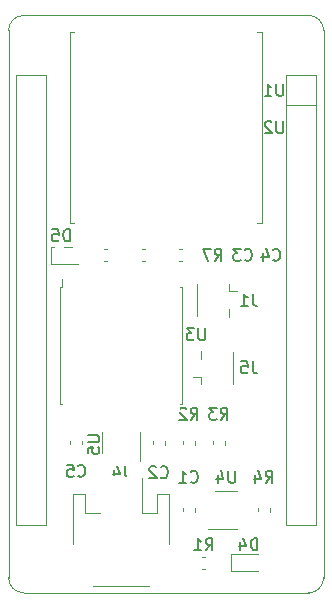
<source format=gbr>
%TF.GenerationSoftware,KiCad,Pcbnew,5.1.5+dfsg1-2~bpo10+1*%
%TF.CreationDate,Date%
%TF.ProjectId,CO2,434f322e-6b69-4636-9164-5f7063625858,rev?*%
%TF.SameCoordinates,Original*%
%TF.FileFunction,Legend,Bot*%
%TF.FilePolarity,Positive*%
%FSLAX45Y45*%
G04 Gerber Fmt 4.5, Leading zero omitted, Abs format (unit mm)*
G04 Created by KiCad*
%MOMM*%
%LPD*%
G04 APERTURE LIST*
%ADD10C,0.120000*%
%ADD11C,0.200000*%
%ADD12C,0.150000*%
%ADD13R,2.600000X1.450000*%
%ADD14R,1.450000X1.400000*%
%ADD15R,1.050000X1.460000*%
%ADD16R,1.460000X1.050000*%
%ADD17O,2.100000X2.100000*%
%ADD18R,2.100000X2.100000*%
%ADD19R,1.400000X2.400000*%
%ADD20C,3.600000*%
%ADD21C,2.432000*%
%ADD22R,2.432000X2.432000*%
G04 APERTURE END LIST*
D10*
X-63500Y-4254500D02*
G75*
G02X-190500Y-4127500I0J127000D01*
G01*
X2476500Y-4127500D02*
G75*
G02X2349500Y-4254500I-127000J0D01*
G01*
X-190500Y507511D02*
G75*
G02X-63500Y634511I127000J0D01*
G01*
X2349500Y634511D02*
G75*
G02X2476500Y507511I0J-127000D01*
G01*
X2476500Y-4127500D02*
X2476500Y508000D01*
X-63500Y-4254500D02*
X2349500Y-4254500D01*
X-190500Y508000D02*
X-190500Y-4127500D01*
X2349500Y634511D02*
X-63500Y634511D01*
X330000Y-3000778D02*
X330000Y-2968222D01*
X432000Y-3000778D02*
X432000Y-2968222D01*
X651278Y-1448000D02*
X618722Y-1448000D01*
X651278Y-1346000D02*
X618722Y-1346000D01*
X1917500Y-3572278D02*
X1917500Y-3539722D01*
X2019500Y-3572278D02*
X2019500Y-3539722D01*
X1638500Y-2968222D02*
X1638500Y-3000778D01*
X1536500Y-2968222D02*
X1536500Y-3000778D01*
X1282500Y-3000778D02*
X1282500Y-2968222D01*
X1384500Y-3000778D02*
X1384500Y-2968222D01*
X1476778Y-4051500D02*
X1444222Y-4051500D01*
X1476778Y-3949500D02*
X1444222Y-3949500D01*
X169000Y-1323500D02*
X397500Y-1323500D01*
X169000Y-1470500D02*
X169000Y-1323500D01*
X397500Y-1470500D02*
X169000Y-1470500D01*
X1693000Y-3927000D02*
X1921500Y-3927000D01*
X1693000Y-4074000D02*
X1693000Y-3927000D01*
X1921500Y-4074000D02*
X1693000Y-4074000D01*
X1286278Y-1448000D02*
X1253722Y-1448000D01*
X1286278Y-1346000D02*
X1253722Y-1346000D01*
X936222Y-1346000D02*
X968778Y-1346000D01*
X936222Y-1448000D02*
X968778Y-1448000D01*
X1130500Y-2968222D02*
X1130500Y-3000778D01*
X1028500Y-2968222D02*
X1028500Y-3000778D01*
X1282500Y-3572278D02*
X1282500Y-3539722D01*
X1384500Y-3572278D02*
X1384500Y-3539722D01*
X261000Y-1594000D02*
X261000Y-1663000D01*
X246000Y-1663000D02*
X261000Y-1663000D01*
X246000Y-2655000D02*
X261000Y-2655000D01*
X1263000Y-1663000D02*
X1278000Y-1663000D01*
X1263000Y-2655000D02*
X1278000Y-2655000D01*
X1278000Y-1663000D02*
X1278000Y-2655000D01*
X246000Y-1663000D02*
X246000Y-2655000D01*
X1435500Y-2489500D02*
X1435500Y-2425500D01*
X1435500Y-2209500D02*
X1435500Y-2273500D01*
X1435500Y-2425500D02*
X1372500Y-2425500D01*
X1707500Y-2484500D02*
X1707500Y-2214500D01*
X996000Y-4197500D02*
X528000Y-4197500D01*
X458000Y-3575500D02*
X586000Y-3575500D01*
X458000Y-3415500D02*
X458000Y-3575500D01*
X356000Y-3415500D02*
X458000Y-3415500D01*
X356000Y-3840500D02*
X356000Y-3415500D01*
X938000Y-3575500D02*
X938000Y-3286500D01*
X1066000Y-3575500D02*
X938000Y-3575500D01*
X1066000Y-3415500D02*
X1066000Y-3575500D01*
X1168000Y-3415500D02*
X1066000Y-3415500D01*
X1168000Y-3840500D02*
X1168000Y-3415500D01*
X923000Y-2894500D02*
X923000Y-3139500D01*
X601000Y-3074500D02*
X601000Y-2894500D01*
X1741000Y-3717000D02*
X1496000Y-3717000D01*
X1561000Y-3395000D02*
X1741000Y-3395000D01*
X1676000Y-1638000D02*
X1676000Y-1702000D01*
X1676000Y-1918000D02*
X1676000Y-1854000D01*
X1676000Y-1702000D02*
X1739000Y-1702000D01*
X1404000Y-1643000D02*
X1404000Y-1913000D01*
X368000Y492500D02*
X368000Y582500D01*
X333000Y492500D02*
X368000Y492500D01*
X1953000Y-1127500D02*
X1913000Y-1127500D01*
X1953000Y492500D02*
X1953000Y-1127500D01*
X1913000Y492500D02*
X1953000Y492500D01*
X333000Y-1127500D02*
X373000Y-1127500D01*
X333000Y492500D02*
X333000Y-1127500D01*
X2159000Y127000D02*
X2413000Y127000D01*
X-127000Y-3683000D02*
X-127000Y127000D01*
X-127000Y127000D02*
X127000Y127000D01*
X127000Y127000D02*
X127000Y-3683000D01*
X127000Y-3683000D02*
X-127000Y-3683000D01*
X2159000Y-127000D02*
X2413000Y-127000D01*
X2159000Y-3683000D02*
X2159000Y127000D01*
X2413000Y-3683000D02*
X2159000Y-3683000D01*
X2413000Y127000D02*
X2413000Y-3683000D01*
D11*
X397667Y-3261514D02*
X402428Y-3266276D01*
X416714Y-3271038D01*
X426238Y-3271038D01*
X440524Y-3266276D01*
X450048Y-3256752D01*
X454809Y-3247228D01*
X459571Y-3228181D01*
X459571Y-3213895D01*
X454809Y-3194848D01*
X450048Y-3185324D01*
X440524Y-3175800D01*
X426238Y-3171038D01*
X416714Y-3171038D01*
X402428Y-3175800D01*
X397667Y-3180562D01*
X307190Y-3171038D02*
X354809Y-3171038D01*
X359571Y-3218657D01*
X354809Y-3213895D01*
X345286Y-3209133D01*
X321476Y-3209133D01*
X311952Y-3213895D01*
X307190Y-3218657D01*
X302429Y-3228181D01*
X302429Y-3251990D01*
X307190Y-3261514D01*
X311952Y-3266276D01*
X321476Y-3271038D01*
X345286Y-3271038D01*
X354809Y-3266276D01*
X359571Y-3261514D01*
X1553367Y-1442238D02*
X1586700Y-1394619D01*
X1610509Y-1442238D02*
X1610509Y-1342238D01*
X1572414Y-1342238D01*
X1562890Y-1347000D01*
X1558128Y-1351762D01*
X1553367Y-1361286D01*
X1553367Y-1375571D01*
X1558128Y-1385095D01*
X1562890Y-1389857D01*
X1572414Y-1394619D01*
X1610509Y-1394619D01*
X1520033Y-1342238D02*
X1453367Y-1342238D01*
X1496224Y-1442238D01*
X1985167Y-3321838D02*
X2018500Y-3274219D01*
X2042309Y-3321838D02*
X2042309Y-3221838D01*
X2004214Y-3221838D01*
X1994690Y-3226600D01*
X1989928Y-3231362D01*
X1985167Y-3240886D01*
X1985167Y-3255171D01*
X1989928Y-3264695D01*
X1994690Y-3269457D01*
X2004214Y-3274219D01*
X2042309Y-3274219D01*
X1899452Y-3255171D02*
X1899452Y-3321838D01*
X1923262Y-3217076D02*
X1947071Y-3288505D01*
X1885167Y-3288505D01*
X1604167Y-2788438D02*
X1637500Y-2740819D01*
X1661309Y-2788438D02*
X1661309Y-2688438D01*
X1623214Y-2688438D01*
X1613690Y-2693200D01*
X1608928Y-2697962D01*
X1604167Y-2707486D01*
X1604167Y-2721771D01*
X1608928Y-2731295D01*
X1613690Y-2736057D01*
X1623214Y-2740819D01*
X1661309Y-2740819D01*
X1570833Y-2688438D02*
X1508928Y-2688438D01*
X1542262Y-2726533D01*
X1527976Y-2726533D01*
X1518452Y-2731295D01*
X1513690Y-2736057D01*
X1508928Y-2745581D01*
X1508928Y-2769390D01*
X1513690Y-2778914D01*
X1518452Y-2783676D01*
X1527976Y-2788438D01*
X1556548Y-2788438D01*
X1566071Y-2783676D01*
X1570833Y-2778914D01*
X1350167Y-2788438D02*
X1383500Y-2740819D01*
X1407309Y-2788438D02*
X1407309Y-2688438D01*
X1369214Y-2688438D01*
X1359690Y-2693200D01*
X1354929Y-2697962D01*
X1350167Y-2707486D01*
X1350167Y-2721771D01*
X1354929Y-2731295D01*
X1359690Y-2736057D01*
X1369214Y-2740819D01*
X1407309Y-2740819D01*
X1312071Y-2697962D02*
X1307310Y-2693200D01*
X1297786Y-2688438D01*
X1273976Y-2688438D01*
X1264452Y-2693200D01*
X1259690Y-2697962D01*
X1254929Y-2707486D01*
X1254929Y-2717010D01*
X1259690Y-2731295D01*
X1316833Y-2788438D01*
X1254929Y-2788438D01*
X1477167Y-3893338D02*
X1510500Y-3845719D01*
X1534309Y-3893338D02*
X1534309Y-3793338D01*
X1496214Y-3793338D01*
X1486690Y-3798100D01*
X1481928Y-3802862D01*
X1477167Y-3812386D01*
X1477167Y-3826671D01*
X1481928Y-3836195D01*
X1486690Y-3840957D01*
X1496214Y-3845719D01*
X1534309Y-3845719D01*
X1381929Y-3893338D02*
X1439071Y-3893338D01*
X1410500Y-3893338D02*
X1410500Y-3793338D01*
X1420024Y-3807624D01*
X1429548Y-3817148D01*
X1439071Y-3821909D01*
X327810Y-1277138D02*
X327810Y-1177138D01*
X304000Y-1177138D01*
X289714Y-1181900D01*
X280190Y-1191424D01*
X275429Y-1200948D01*
X270667Y-1219995D01*
X270667Y-1234281D01*
X275429Y-1253329D01*
X280190Y-1262852D01*
X289714Y-1272376D01*
X304000Y-1277138D01*
X327810Y-1277138D01*
X180190Y-1177138D02*
X227809Y-1177138D01*
X232571Y-1224757D01*
X227809Y-1219995D01*
X218286Y-1215233D01*
X194476Y-1215233D01*
X184952Y-1219995D01*
X180190Y-1224757D01*
X175428Y-1234281D01*
X175428Y-1258090D01*
X180190Y-1267614D01*
X184952Y-1272376D01*
X194476Y-1277138D01*
X218286Y-1277138D01*
X227809Y-1272376D01*
X232571Y-1267614D01*
X1915309Y-3893338D02*
X1915309Y-3793338D01*
X1891500Y-3793338D01*
X1877214Y-3798100D01*
X1867690Y-3807624D01*
X1862928Y-3817148D01*
X1858167Y-3836195D01*
X1858167Y-3850481D01*
X1862928Y-3869528D01*
X1867690Y-3879052D01*
X1877214Y-3888576D01*
X1891500Y-3893338D01*
X1915309Y-3893338D01*
X1772452Y-3826671D02*
X1772452Y-3893338D01*
X1796262Y-3788576D02*
X1820071Y-3860005D01*
X1758167Y-3860005D01*
X2048667Y-1432714D02*
X2053428Y-1437476D01*
X2067714Y-1442238D01*
X2077238Y-1442238D01*
X2091524Y-1437476D01*
X2101048Y-1427952D01*
X2105810Y-1418428D01*
X2110571Y-1399381D01*
X2110571Y-1385095D01*
X2105810Y-1366048D01*
X2101048Y-1356524D01*
X2091524Y-1347000D01*
X2077238Y-1342238D01*
X2067714Y-1342238D01*
X2053428Y-1347000D01*
X2048667Y-1351762D01*
X1962952Y-1375571D02*
X1962952Y-1442238D01*
X1986762Y-1337476D02*
X2010571Y-1408905D01*
X1948667Y-1408905D01*
X1807367Y-1432714D02*
X1812128Y-1437476D01*
X1826414Y-1442238D01*
X1835938Y-1442238D01*
X1850224Y-1437476D01*
X1859748Y-1427952D01*
X1864509Y-1418428D01*
X1869271Y-1399381D01*
X1869271Y-1385095D01*
X1864509Y-1366048D01*
X1859748Y-1356524D01*
X1850224Y-1347000D01*
X1835938Y-1342238D01*
X1826414Y-1342238D01*
X1812128Y-1347000D01*
X1807367Y-1351762D01*
X1774033Y-1342238D02*
X1712128Y-1342238D01*
X1745462Y-1380333D01*
X1731176Y-1380333D01*
X1721652Y-1385095D01*
X1716890Y-1389857D01*
X1712128Y-1399381D01*
X1712128Y-1423190D01*
X1716890Y-1432714D01*
X1721652Y-1437476D01*
X1731176Y-1442238D01*
X1759748Y-1442238D01*
X1769271Y-1437476D01*
X1774033Y-1432714D01*
X1096167Y-3274214D02*
X1100929Y-3278976D01*
X1115214Y-3283738D01*
X1124738Y-3283738D01*
X1139024Y-3278976D01*
X1148548Y-3269452D01*
X1153310Y-3259928D01*
X1158071Y-3240881D01*
X1158071Y-3226595D01*
X1153310Y-3207548D01*
X1148548Y-3198024D01*
X1139024Y-3188500D01*
X1124738Y-3183738D01*
X1115214Y-3183738D01*
X1100929Y-3188500D01*
X1096167Y-3193262D01*
X1058071Y-3193262D02*
X1053310Y-3188500D01*
X1043786Y-3183738D01*
X1019976Y-3183738D01*
X1010452Y-3188500D01*
X1005690Y-3193262D01*
X1000928Y-3202786D01*
X1000928Y-3212309D01*
X1005690Y-3226595D01*
X1062833Y-3283738D01*
X1000928Y-3283738D01*
X1350167Y-3312314D02*
X1354929Y-3317076D01*
X1369214Y-3321838D01*
X1378738Y-3321838D01*
X1393024Y-3317076D01*
X1402548Y-3307552D01*
X1407309Y-3298028D01*
X1412071Y-3278981D01*
X1412071Y-3264695D01*
X1407309Y-3245648D01*
X1402548Y-3236124D01*
X1393024Y-3226600D01*
X1378738Y-3221838D01*
X1369214Y-3221838D01*
X1354929Y-3226600D01*
X1350167Y-3231362D01*
X1254929Y-3321838D02*
X1312071Y-3321838D01*
X1283500Y-3321838D02*
X1283500Y-3221838D01*
X1293024Y-3236124D01*
X1302548Y-3245648D01*
X1312071Y-3250409D01*
X1473190Y-2015338D02*
X1473190Y-2096290D01*
X1468428Y-2105814D01*
X1463667Y-2110576D01*
X1454143Y-2115338D01*
X1435095Y-2115338D01*
X1425571Y-2110576D01*
X1420809Y-2105814D01*
X1416048Y-2096290D01*
X1416048Y-2015338D01*
X1377952Y-2015338D02*
X1316048Y-2015338D01*
X1349381Y-2053433D01*
X1335095Y-2053433D01*
X1325571Y-2058195D01*
X1320810Y-2062957D01*
X1316048Y-2072481D01*
X1316048Y-2096290D01*
X1320810Y-2105814D01*
X1325571Y-2110576D01*
X1335095Y-2115338D01*
X1363667Y-2115338D01*
X1373190Y-2110576D01*
X1377952Y-2105814D01*
X1874833Y-2294738D02*
X1874833Y-2366167D01*
X1879595Y-2380452D01*
X1889119Y-2389976D01*
X1903405Y-2394738D01*
X1912928Y-2394738D01*
X1779595Y-2294738D02*
X1827214Y-2294738D01*
X1831976Y-2342357D01*
X1827214Y-2337595D01*
X1817690Y-2332833D01*
X1793881Y-2332833D01*
X1784357Y-2337595D01*
X1779595Y-2342357D01*
X1774833Y-2351881D01*
X1774833Y-2375690D01*
X1779595Y-2385214D01*
X1784357Y-2389976D01*
X1793881Y-2394738D01*
X1817690Y-2394738D01*
X1827214Y-2389976D01*
X1831976Y-2385214D01*
X795333Y-3183738D02*
X795333Y-3255167D01*
X800095Y-3269452D01*
X809619Y-3278976D01*
X823905Y-3283738D01*
X833428Y-3283738D01*
X704857Y-3217071D02*
X704857Y-3283738D01*
X728667Y-3178976D02*
X752476Y-3250405D01*
X690571Y-3250405D01*
X478638Y-2921009D02*
X559590Y-2921009D01*
X569114Y-2925771D01*
X573876Y-2930533D01*
X578638Y-2940057D01*
X578638Y-2959105D01*
X573876Y-2968628D01*
X569114Y-2973390D01*
X559590Y-2978152D01*
X478638Y-2978152D01*
X478638Y-3073390D02*
X478638Y-3025771D01*
X526257Y-3021009D01*
X521495Y-3025771D01*
X516733Y-3035295D01*
X516733Y-3059105D01*
X521495Y-3068628D01*
X526257Y-3073390D01*
X535781Y-3078152D01*
X559590Y-3078152D01*
X569114Y-3073390D01*
X573876Y-3068628D01*
X578638Y-3059105D01*
X578638Y-3035295D01*
X573876Y-3025771D01*
X569114Y-3021009D01*
X1727190Y-3221838D02*
X1727190Y-3302790D01*
X1722428Y-3312314D01*
X1717667Y-3317076D01*
X1708143Y-3321838D01*
X1689095Y-3321838D01*
X1679571Y-3317076D01*
X1674809Y-3312314D01*
X1670048Y-3302790D01*
X1670048Y-3221838D01*
X1579571Y-3255171D02*
X1579571Y-3321838D01*
X1603381Y-3217076D02*
X1627190Y-3288505D01*
X1565286Y-3288505D01*
X1874833Y-1723238D02*
X1874833Y-1794667D01*
X1879595Y-1808952D01*
X1889119Y-1818476D01*
X1903405Y-1823238D01*
X1912928Y-1823238D01*
X1774833Y-1823238D02*
X1831976Y-1823238D01*
X1803405Y-1823238D02*
X1803405Y-1723238D01*
X1812928Y-1737524D01*
X1822452Y-1747048D01*
X1831976Y-1751809D01*
X2133590Y-262738D02*
X2133590Y-343690D01*
X2128829Y-353214D01*
X2124067Y-357976D01*
X2114543Y-362738D01*
X2095495Y-362738D01*
X2085971Y-357976D01*
X2081209Y-353214D01*
X2076448Y-343690D01*
X2076448Y-262738D01*
X2033590Y-272262D02*
X2028828Y-267500D01*
X2019305Y-262738D01*
X1995495Y-262738D01*
X1985971Y-267500D01*
X1981209Y-272262D01*
X1976448Y-281786D01*
X1976448Y-291310D01*
X1981209Y-305595D01*
X2038352Y-362738D01*
X1976448Y-362738D01*
X2133590Y54762D02*
X2133590Y-26190D01*
X2128829Y-35714D01*
X2124067Y-40476D01*
X2114543Y-45238D01*
X2095495Y-45238D01*
X2085971Y-40476D01*
X2081209Y-35714D01*
X2076448Y-26190D01*
X2076448Y54762D01*
X1976448Y-45238D02*
X2033590Y-45238D01*
X2005019Y-45238D02*
X2005019Y54762D01*
X2014543Y40476D01*
X2024067Y30952D01*
X2033590Y26190D01*
%LPC*%
D12*
G36*
X419749Y-2842153D02*
G01*
X422843Y-2842612D01*
X425878Y-2843372D01*
X428823Y-2844426D01*
X431651Y-2845764D01*
X434334Y-2847372D01*
X436846Y-2849235D01*
X439164Y-2851336D01*
X441265Y-2853654D01*
X443128Y-2856166D01*
X444736Y-2858849D01*
X446074Y-2861677D01*
X447127Y-2864622D01*
X447887Y-2867656D01*
X448346Y-2870751D01*
X448500Y-2873875D01*
X448500Y-2937625D01*
X448346Y-2940749D01*
X447887Y-2943843D01*
X447127Y-2946878D01*
X446074Y-2949823D01*
X444736Y-2952651D01*
X443128Y-2955334D01*
X441265Y-2957846D01*
X439164Y-2960164D01*
X436846Y-2962265D01*
X434334Y-2964128D01*
X431651Y-2965736D01*
X428823Y-2967074D01*
X425878Y-2968127D01*
X422843Y-2968887D01*
X419749Y-2969346D01*
X416625Y-2969500D01*
X345375Y-2969500D01*
X342251Y-2969346D01*
X339157Y-2968887D01*
X336122Y-2968127D01*
X333177Y-2967074D01*
X330349Y-2965736D01*
X327666Y-2964128D01*
X325154Y-2962265D01*
X322836Y-2960164D01*
X320735Y-2957846D01*
X318872Y-2955334D01*
X317264Y-2952651D01*
X315926Y-2949823D01*
X314873Y-2946878D01*
X314113Y-2943843D01*
X313654Y-2940749D01*
X313500Y-2937625D01*
X313500Y-2873875D01*
X313654Y-2870751D01*
X314113Y-2867656D01*
X314873Y-2864622D01*
X315926Y-2861677D01*
X317264Y-2858849D01*
X318872Y-2856166D01*
X320735Y-2853654D01*
X322836Y-2851336D01*
X325154Y-2849235D01*
X327666Y-2847372D01*
X330349Y-2845764D01*
X333177Y-2844426D01*
X336122Y-2843372D01*
X339157Y-2842612D01*
X342251Y-2842153D01*
X345375Y-2842000D01*
X416625Y-2842000D01*
X419749Y-2842153D01*
G37*
G36*
X419749Y-2999653D02*
G01*
X422843Y-3000112D01*
X425878Y-3000872D01*
X428823Y-3001926D01*
X431651Y-3003264D01*
X434334Y-3004872D01*
X436846Y-3006735D01*
X439164Y-3008836D01*
X441265Y-3011154D01*
X443128Y-3013666D01*
X444736Y-3016349D01*
X446074Y-3019177D01*
X447127Y-3022122D01*
X447887Y-3025156D01*
X448346Y-3028251D01*
X448500Y-3031375D01*
X448500Y-3095125D01*
X448346Y-3098249D01*
X447887Y-3101343D01*
X447127Y-3104378D01*
X446074Y-3107323D01*
X444736Y-3110151D01*
X443128Y-3112834D01*
X441265Y-3115346D01*
X439164Y-3117664D01*
X436846Y-3119765D01*
X434334Y-3121628D01*
X431651Y-3123236D01*
X428823Y-3124574D01*
X425878Y-3125627D01*
X422843Y-3126387D01*
X419749Y-3126846D01*
X416625Y-3127000D01*
X345375Y-3127000D01*
X342251Y-3126846D01*
X339157Y-3126387D01*
X336122Y-3125627D01*
X333177Y-3124574D01*
X330349Y-3123236D01*
X327666Y-3121628D01*
X325154Y-3119765D01*
X322836Y-3117664D01*
X320735Y-3115346D01*
X318872Y-3112834D01*
X317264Y-3110151D01*
X315926Y-3107323D01*
X314873Y-3104378D01*
X314113Y-3101343D01*
X313654Y-3098249D01*
X313500Y-3095125D01*
X313500Y-3031375D01*
X313654Y-3028251D01*
X314113Y-3025156D01*
X314873Y-3022122D01*
X315926Y-3019177D01*
X317264Y-3016349D01*
X318872Y-3013666D01*
X320735Y-3011154D01*
X322836Y-3008836D01*
X325154Y-3006735D01*
X327666Y-3004872D01*
X330349Y-3003264D01*
X333177Y-3001926D01*
X336122Y-3000872D01*
X339157Y-3000112D01*
X342251Y-2999653D01*
X345375Y-2999500D01*
X416625Y-2999500D01*
X419749Y-2999653D01*
G37*
G36*
X591249Y-1329654D02*
G01*
X594344Y-1330113D01*
X597378Y-1330873D01*
X600323Y-1331926D01*
X603151Y-1333264D01*
X605834Y-1334872D01*
X608346Y-1336735D01*
X610664Y-1338836D01*
X612765Y-1341154D01*
X614628Y-1343666D01*
X616236Y-1346349D01*
X617574Y-1349177D01*
X618628Y-1352122D01*
X619388Y-1355157D01*
X619847Y-1358251D01*
X620000Y-1361375D01*
X620000Y-1432625D01*
X619847Y-1435749D01*
X619388Y-1438843D01*
X618628Y-1441878D01*
X617574Y-1444823D01*
X616236Y-1447651D01*
X614628Y-1450334D01*
X612765Y-1452846D01*
X610664Y-1455164D01*
X608346Y-1457265D01*
X605834Y-1459128D01*
X603151Y-1460736D01*
X600323Y-1462074D01*
X597378Y-1463127D01*
X594344Y-1463887D01*
X591249Y-1464346D01*
X588125Y-1464500D01*
X524375Y-1464500D01*
X521251Y-1464346D01*
X518156Y-1463887D01*
X515122Y-1463127D01*
X512177Y-1462074D01*
X509349Y-1460736D01*
X506666Y-1459128D01*
X504154Y-1457265D01*
X501836Y-1455164D01*
X499735Y-1452846D01*
X497872Y-1450334D01*
X496264Y-1447651D01*
X494926Y-1444823D01*
X493872Y-1441878D01*
X493112Y-1438843D01*
X492653Y-1435749D01*
X492500Y-1432625D01*
X492500Y-1361375D01*
X492653Y-1358251D01*
X493112Y-1355157D01*
X493872Y-1352122D01*
X494926Y-1349177D01*
X496264Y-1346349D01*
X497872Y-1343666D01*
X499735Y-1341154D01*
X501836Y-1338836D01*
X504154Y-1336735D01*
X506666Y-1334872D01*
X509349Y-1333264D01*
X512177Y-1331926D01*
X515122Y-1330873D01*
X518156Y-1330113D01*
X521251Y-1329654D01*
X524375Y-1329500D01*
X588125Y-1329500D01*
X591249Y-1329654D01*
G37*
G36*
X748749Y-1329654D02*
G01*
X751843Y-1330113D01*
X754878Y-1330873D01*
X757823Y-1331926D01*
X760651Y-1333264D01*
X763334Y-1334872D01*
X765846Y-1336735D01*
X768164Y-1338836D01*
X770265Y-1341154D01*
X772128Y-1343666D01*
X773736Y-1346349D01*
X775074Y-1349177D01*
X776127Y-1352122D01*
X776887Y-1355157D01*
X777346Y-1358251D01*
X777500Y-1361375D01*
X777500Y-1432625D01*
X777346Y-1435749D01*
X776887Y-1438843D01*
X776127Y-1441878D01*
X775074Y-1444823D01*
X773736Y-1447651D01*
X772128Y-1450334D01*
X770265Y-1452846D01*
X768164Y-1455164D01*
X765846Y-1457265D01*
X763334Y-1459128D01*
X760651Y-1460736D01*
X757823Y-1462074D01*
X754878Y-1463127D01*
X751843Y-1463887D01*
X748749Y-1464346D01*
X745625Y-1464500D01*
X681875Y-1464500D01*
X678751Y-1464346D01*
X675657Y-1463887D01*
X672622Y-1463127D01*
X669677Y-1462074D01*
X666849Y-1460736D01*
X664166Y-1459128D01*
X661654Y-1457265D01*
X659336Y-1455164D01*
X657235Y-1452846D01*
X655372Y-1450334D01*
X653764Y-1447651D01*
X652426Y-1444823D01*
X651373Y-1441878D01*
X650613Y-1438843D01*
X650154Y-1435749D01*
X650000Y-1432625D01*
X650000Y-1361375D01*
X650154Y-1358251D01*
X650613Y-1355157D01*
X651373Y-1352122D01*
X652426Y-1349177D01*
X653764Y-1346349D01*
X655372Y-1343666D01*
X657235Y-1341154D01*
X659336Y-1338836D01*
X661654Y-1336735D01*
X664166Y-1334872D01*
X666849Y-1333264D01*
X669677Y-1331926D01*
X672622Y-1330873D01*
X675657Y-1330113D01*
X678751Y-1329654D01*
X681875Y-1329500D01*
X745625Y-1329500D01*
X748749Y-1329654D01*
G37*
G36*
X2007249Y-3413653D02*
G01*
X2010343Y-3414112D01*
X2013378Y-3414872D01*
X2016323Y-3415926D01*
X2019151Y-3417264D01*
X2021834Y-3418872D01*
X2024346Y-3420735D01*
X2026664Y-3422836D01*
X2028765Y-3425154D01*
X2030628Y-3427666D01*
X2032236Y-3430349D01*
X2033574Y-3433177D01*
X2034627Y-3436122D01*
X2035387Y-3439156D01*
X2035846Y-3442251D01*
X2036000Y-3445375D01*
X2036000Y-3509125D01*
X2035846Y-3512249D01*
X2035387Y-3515343D01*
X2034627Y-3518378D01*
X2033574Y-3521323D01*
X2032236Y-3524151D01*
X2030628Y-3526834D01*
X2028765Y-3529346D01*
X2026664Y-3531664D01*
X2024346Y-3533765D01*
X2021834Y-3535628D01*
X2019151Y-3537236D01*
X2016323Y-3538574D01*
X2013378Y-3539627D01*
X2010343Y-3540387D01*
X2007249Y-3540846D01*
X2004125Y-3541000D01*
X1932875Y-3541000D01*
X1929751Y-3540846D01*
X1926656Y-3540387D01*
X1923622Y-3539627D01*
X1920677Y-3538574D01*
X1917849Y-3537236D01*
X1915166Y-3535628D01*
X1912654Y-3533765D01*
X1910336Y-3531664D01*
X1908235Y-3529346D01*
X1906372Y-3526834D01*
X1904764Y-3524151D01*
X1903426Y-3521323D01*
X1902372Y-3518378D01*
X1901612Y-3515343D01*
X1901153Y-3512249D01*
X1901000Y-3509125D01*
X1901000Y-3445375D01*
X1901153Y-3442251D01*
X1901612Y-3439156D01*
X1902372Y-3436122D01*
X1903426Y-3433177D01*
X1904764Y-3430349D01*
X1906372Y-3427666D01*
X1908235Y-3425154D01*
X1910336Y-3422836D01*
X1912654Y-3420735D01*
X1915166Y-3418872D01*
X1917849Y-3417264D01*
X1920677Y-3415926D01*
X1923622Y-3414872D01*
X1926656Y-3414112D01*
X1929751Y-3413653D01*
X1932875Y-3413500D01*
X2004125Y-3413500D01*
X2007249Y-3413653D01*
G37*
G36*
X2007249Y-3571153D02*
G01*
X2010343Y-3571612D01*
X2013378Y-3572372D01*
X2016323Y-3573426D01*
X2019151Y-3574764D01*
X2021834Y-3576372D01*
X2024346Y-3578235D01*
X2026664Y-3580336D01*
X2028765Y-3582654D01*
X2030628Y-3585166D01*
X2032236Y-3587849D01*
X2033574Y-3590677D01*
X2034627Y-3593622D01*
X2035387Y-3596656D01*
X2035846Y-3599751D01*
X2036000Y-3602875D01*
X2036000Y-3666625D01*
X2035846Y-3669749D01*
X2035387Y-3672843D01*
X2034627Y-3675878D01*
X2033574Y-3678823D01*
X2032236Y-3681651D01*
X2030628Y-3684334D01*
X2028765Y-3686846D01*
X2026664Y-3689164D01*
X2024346Y-3691265D01*
X2021834Y-3693128D01*
X2019151Y-3694736D01*
X2016323Y-3696074D01*
X2013378Y-3697127D01*
X2010343Y-3697887D01*
X2007249Y-3698346D01*
X2004125Y-3698500D01*
X1932875Y-3698500D01*
X1929751Y-3698346D01*
X1926656Y-3697887D01*
X1923622Y-3697127D01*
X1920677Y-3696074D01*
X1917849Y-3694736D01*
X1915166Y-3693128D01*
X1912654Y-3691265D01*
X1910336Y-3689164D01*
X1908235Y-3686846D01*
X1906372Y-3684334D01*
X1904764Y-3681651D01*
X1903426Y-3678823D01*
X1902372Y-3675878D01*
X1901612Y-3672843D01*
X1901153Y-3669749D01*
X1901000Y-3666625D01*
X1901000Y-3602875D01*
X1901153Y-3599751D01*
X1901612Y-3596656D01*
X1902372Y-3593622D01*
X1903426Y-3590677D01*
X1904764Y-3587849D01*
X1906372Y-3585166D01*
X1908235Y-3582654D01*
X1910336Y-3580336D01*
X1912654Y-3578235D01*
X1915166Y-3576372D01*
X1917849Y-3574764D01*
X1920677Y-3573426D01*
X1923622Y-3572372D01*
X1926656Y-3571612D01*
X1929751Y-3571153D01*
X1932875Y-3571000D01*
X2004125Y-3571000D01*
X2007249Y-3571153D01*
G37*
G36*
X1626249Y-2999653D02*
G01*
X1629343Y-3000112D01*
X1632378Y-3000872D01*
X1635323Y-3001926D01*
X1638151Y-3003264D01*
X1640834Y-3004872D01*
X1643346Y-3006735D01*
X1645664Y-3008836D01*
X1647765Y-3011154D01*
X1649628Y-3013666D01*
X1651236Y-3016349D01*
X1652574Y-3019177D01*
X1653627Y-3022122D01*
X1654387Y-3025156D01*
X1654846Y-3028251D01*
X1655000Y-3031375D01*
X1655000Y-3095125D01*
X1654846Y-3098249D01*
X1654387Y-3101343D01*
X1653627Y-3104378D01*
X1652574Y-3107323D01*
X1651236Y-3110151D01*
X1649628Y-3112834D01*
X1647765Y-3115346D01*
X1645664Y-3117664D01*
X1643346Y-3119765D01*
X1640834Y-3121628D01*
X1638151Y-3123236D01*
X1635323Y-3124574D01*
X1632378Y-3125627D01*
X1629343Y-3126387D01*
X1626249Y-3126846D01*
X1623125Y-3127000D01*
X1551875Y-3127000D01*
X1548751Y-3126846D01*
X1545656Y-3126387D01*
X1542622Y-3125627D01*
X1539677Y-3124574D01*
X1536849Y-3123236D01*
X1534166Y-3121628D01*
X1531654Y-3119765D01*
X1529336Y-3117664D01*
X1527235Y-3115346D01*
X1525372Y-3112834D01*
X1523764Y-3110151D01*
X1522426Y-3107323D01*
X1521372Y-3104378D01*
X1520612Y-3101343D01*
X1520153Y-3098249D01*
X1520000Y-3095125D01*
X1520000Y-3031375D01*
X1520153Y-3028251D01*
X1520612Y-3025156D01*
X1521372Y-3022122D01*
X1522426Y-3019177D01*
X1523764Y-3016349D01*
X1525372Y-3013666D01*
X1527235Y-3011154D01*
X1529336Y-3008836D01*
X1531654Y-3006735D01*
X1534166Y-3004872D01*
X1536849Y-3003264D01*
X1539677Y-3001926D01*
X1542622Y-3000872D01*
X1545656Y-3000112D01*
X1548751Y-2999653D01*
X1551875Y-2999500D01*
X1623125Y-2999500D01*
X1626249Y-2999653D01*
G37*
G36*
X1626249Y-2842153D02*
G01*
X1629343Y-2842612D01*
X1632378Y-2843372D01*
X1635323Y-2844426D01*
X1638151Y-2845764D01*
X1640834Y-2847372D01*
X1643346Y-2849235D01*
X1645664Y-2851336D01*
X1647765Y-2853654D01*
X1649628Y-2856166D01*
X1651236Y-2858849D01*
X1652574Y-2861677D01*
X1653627Y-2864622D01*
X1654387Y-2867656D01*
X1654846Y-2870751D01*
X1655000Y-2873875D01*
X1655000Y-2937625D01*
X1654846Y-2940749D01*
X1654387Y-2943843D01*
X1653627Y-2946878D01*
X1652574Y-2949823D01*
X1651236Y-2952651D01*
X1649628Y-2955334D01*
X1647765Y-2957846D01*
X1645664Y-2960164D01*
X1643346Y-2962265D01*
X1640834Y-2964128D01*
X1638151Y-2965736D01*
X1635323Y-2967074D01*
X1632378Y-2968127D01*
X1629343Y-2968887D01*
X1626249Y-2969346D01*
X1623125Y-2969500D01*
X1551875Y-2969500D01*
X1548751Y-2969346D01*
X1545656Y-2968887D01*
X1542622Y-2968127D01*
X1539677Y-2967074D01*
X1536849Y-2965736D01*
X1534166Y-2964128D01*
X1531654Y-2962265D01*
X1529336Y-2960164D01*
X1527235Y-2957846D01*
X1525372Y-2955334D01*
X1523764Y-2952651D01*
X1522426Y-2949823D01*
X1521372Y-2946878D01*
X1520612Y-2943843D01*
X1520153Y-2940749D01*
X1520000Y-2937625D01*
X1520000Y-2873875D01*
X1520153Y-2870751D01*
X1520612Y-2867656D01*
X1521372Y-2864622D01*
X1522426Y-2861677D01*
X1523764Y-2858849D01*
X1525372Y-2856166D01*
X1527235Y-2853654D01*
X1529336Y-2851336D01*
X1531654Y-2849235D01*
X1534166Y-2847372D01*
X1536849Y-2845764D01*
X1539677Y-2844426D01*
X1542622Y-2843372D01*
X1545656Y-2842612D01*
X1548751Y-2842153D01*
X1551875Y-2842000D01*
X1623125Y-2842000D01*
X1626249Y-2842153D01*
G37*
G36*
X1372249Y-2842153D02*
G01*
X1375344Y-2842612D01*
X1378378Y-2843372D01*
X1381323Y-2844426D01*
X1384151Y-2845764D01*
X1386834Y-2847372D01*
X1389346Y-2849235D01*
X1391664Y-2851336D01*
X1393765Y-2853654D01*
X1395628Y-2856166D01*
X1397236Y-2858849D01*
X1398574Y-2861677D01*
X1399627Y-2864622D01*
X1400387Y-2867656D01*
X1400846Y-2870751D01*
X1401000Y-2873875D01*
X1401000Y-2937625D01*
X1400846Y-2940749D01*
X1400387Y-2943843D01*
X1399627Y-2946878D01*
X1398574Y-2949823D01*
X1397236Y-2952651D01*
X1395628Y-2955334D01*
X1393765Y-2957846D01*
X1391664Y-2960164D01*
X1389346Y-2962265D01*
X1386834Y-2964128D01*
X1384151Y-2965736D01*
X1381323Y-2967074D01*
X1378378Y-2968127D01*
X1375344Y-2968887D01*
X1372249Y-2969346D01*
X1369125Y-2969500D01*
X1297875Y-2969500D01*
X1294751Y-2969346D01*
X1291657Y-2968887D01*
X1288622Y-2968127D01*
X1285677Y-2967074D01*
X1282849Y-2965736D01*
X1280166Y-2964128D01*
X1277654Y-2962265D01*
X1275336Y-2960164D01*
X1273235Y-2957846D01*
X1271372Y-2955334D01*
X1269764Y-2952651D01*
X1268426Y-2949823D01*
X1267373Y-2946878D01*
X1266613Y-2943843D01*
X1266154Y-2940749D01*
X1266000Y-2937625D01*
X1266000Y-2873875D01*
X1266154Y-2870751D01*
X1266613Y-2867656D01*
X1267373Y-2864622D01*
X1268426Y-2861677D01*
X1269764Y-2858849D01*
X1271372Y-2856166D01*
X1273235Y-2853654D01*
X1275336Y-2851336D01*
X1277654Y-2849235D01*
X1280166Y-2847372D01*
X1282849Y-2845764D01*
X1285677Y-2844426D01*
X1288622Y-2843372D01*
X1291657Y-2842612D01*
X1294751Y-2842153D01*
X1297875Y-2842000D01*
X1369125Y-2842000D01*
X1372249Y-2842153D01*
G37*
G36*
X1372249Y-2999653D02*
G01*
X1375344Y-3000112D01*
X1378378Y-3000872D01*
X1381323Y-3001926D01*
X1384151Y-3003264D01*
X1386834Y-3004872D01*
X1389346Y-3006735D01*
X1391664Y-3008836D01*
X1393765Y-3011154D01*
X1395628Y-3013666D01*
X1397236Y-3016349D01*
X1398574Y-3019177D01*
X1399627Y-3022122D01*
X1400387Y-3025156D01*
X1400846Y-3028251D01*
X1401000Y-3031375D01*
X1401000Y-3095125D01*
X1400846Y-3098249D01*
X1400387Y-3101343D01*
X1399627Y-3104378D01*
X1398574Y-3107323D01*
X1397236Y-3110151D01*
X1395628Y-3112834D01*
X1393765Y-3115346D01*
X1391664Y-3117664D01*
X1389346Y-3119765D01*
X1386834Y-3121628D01*
X1384151Y-3123236D01*
X1381323Y-3124574D01*
X1378378Y-3125627D01*
X1375344Y-3126387D01*
X1372249Y-3126846D01*
X1369125Y-3127000D01*
X1297875Y-3127000D01*
X1294751Y-3126846D01*
X1291657Y-3126387D01*
X1288622Y-3125627D01*
X1285677Y-3124574D01*
X1282849Y-3123236D01*
X1280166Y-3121628D01*
X1277654Y-3119765D01*
X1275336Y-3117664D01*
X1273235Y-3115346D01*
X1271372Y-3112834D01*
X1269764Y-3110151D01*
X1268426Y-3107323D01*
X1267373Y-3104378D01*
X1266613Y-3101343D01*
X1266154Y-3098249D01*
X1266000Y-3095125D01*
X1266000Y-3031375D01*
X1266154Y-3028251D01*
X1266613Y-3025156D01*
X1267373Y-3022122D01*
X1268426Y-3019177D01*
X1269764Y-3016349D01*
X1271372Y-3013666D01*
X1273235Y-3011154D01*
X1275336Y-3008836D01*
X1277654Y-3006735D01*
X1280166Y-3004872D01*
X1282849Y-3003264D01*
X1285677Y-3001926D01*
X1288622Y-3000872D01*
X1291657Y-3000112D01*
X1294751Y-2999653D01*
X1297875Y-2999500D01*
X1369125Y-2999500D01*
X1372249Y-2999653D01*
G37*
G36*
X1416749Y-3933153D02*
G01*
X1419843Y-3933612D01*
X1422878Y-3934372D01*
X1425823Y-3935426D01*
X1428651Y-3936764D01*
X1431334Y-3938372D01*
X1433846Y-3940235D01*
X1436164Y-3942336D01*
X1438265Y-3944654D01*
X1440128Y-3947166D01*
X1441736Y-3949849D01*
X1443074Y-3952677D01*
X1444127Y-3955622D01*
X1444887Y-3958656D01*
X1445346Y-3961751D01*
X1445500Y-3964875D01*
X1445500Y-4036125D01*
X1445346Y-4039249D01*
X1444887Y-4042343D01*
X1444127Y-4045378D01*
X1443074Y-4048323D01*
X1441736Y-4051151D01*
X1440128Y-4053834D01*
X1438265Y-4056346D01*
X1436164Y-4058664D01*
X1433846Y-4060765D01*
X1431334Y-4062628D01*
X1428651Y-4064236D01*
X1425823Y-4065574D01*
X1422878Y-4066627D01*
X1419843Y-4067387D01*
X1416749Y-4067846D01*
X1413625Y-4068000D01*
X1349875Y-4068000D01*
X1346751Y-4067846D01*
X1343657Y-4067387D01*
X1340622Y-4066627D01*
X1337677Y-4065574D01*
X1334849Y-4064236D01*
X1332166Y-4062628D01*
X1329654Y-4060765D01*
X1327336Y-4058664D01*
X1325235Y-4056346D01*
X1323372Y-4053834D01*
X1321764Y-4051151D01*
X1320426Y-4048323D01*
X1319373Y-4045378D01*
X1318613Y-4042343D01*
X1318154Y-4039249D01*
X1318000Y-4036125D01*
X1318000Y-3964875D01*
X1318154Y-3961751D01*
X1318613Y-3958656D01*
X1319373Y-3955622D01*
X1320426Y-3952677D01*
X1321764Y-3949849D01*
X1323372Y-3947166D01*
X1325235Y-3944654D01*
X1327336Y-3942336D01*
X1329654Y-3940235D01*
X1332166Y-3938372D01*
X1334849Y-3936764D01*
X1337677Y-3935426D01*
X1340622Y-3934372D01*
X1343657Y-3933612D01*
X1346751Y-3933153D01*
X1349875Y-3933000D01*
X1413625Y-3933000D01*
X1416749Y-3933153D01*
G37*
G36*
X1574249Y-3933153D02*
G01*
X1577343Y-3933612D01*
X1580378Y-3934372D01*
X1583323Y-3935426D01*
X1586151Y-3936764D01*
X1588834Y-3938372D01*
X1591346Y-3940235D01*
X1593664Y-3942336D01*
X1595765Y-3944654D01*
X1597628Y-3947166D01*
X1599236Y-3949849D01*
X1600574Y-3952677D01*
X1601627Y-3955622D01*
X1602387Y-3958656D01*
X1602846Y-3961751D01*
X1603000Y-3964875D01*
X1603000Y-4036125D01*
X1602846Y-4039249D01*
X1602387Y-4042343D01*
X1601627Y-4045378D01*
X1600574Y-4048323D01*
X1599236Y-4051151D01*
X1597628Y-4053834D01*
X1595765Y-4056346D01*
X1593664Y-4058664D01*
X1591346Y-4060765D01*
X1588834Y-4062628D01*
X1586151Y-4064236D01*
X1583323Y-4065574D01*
X1580378Y-4066627D01*
X1577343Y-4067387D01*
X1574249Y-4067846D01*
X1571125Y-4068000D01*
X1507375Y-4068000D01*
X1504251Y-4067846D01*
X1501156Y-4067387D01*
X1498122Y-4066627D01*
X1495177Y-4065574D01*
X1492349Y-4064236D01*
X1489666Y-4062628D01*
X1487154Y-4060765D01*
X1484836Y-4058664D01*
X1482735Y-4056346D01*
X1480872Y-4053834D01*
X1479264Y-4051151D01*
X1477926Y-4048323D01*
X1476872Y-4045378D01*
X1476112Y-4042343D01*
X1475653Y-4039249D01*
X1475500Y-4036125D01*
X1475500Y-3964875D01*
X1475653Y-3961751D01*
X1476112Y-3958656D01*
X1476872Y-3955622D01*
X1477926Y-3952677D01*
X1479264Y-3949849D01*
X1480872Y-3947166D01*
X1482735Y-3944654D01*
X1484836Y-3942336D01*
X1487154Y-3940235D01*
X1489666Y-3938372D01*
X1492349Y-3936764D01*
X1495177Y-3935426D01*
X1498122Y-3934372D01*
X1501156Y-3933612D01*
X1504251Y-3933153D01*
X1507375Y-3933000D01*
X1571125Y-3933000D01*
X1574249Y-3933153D01*
G37*
G36*
X431249Y-1329654D02*
G01*
X434343Y-1330113D01*
X437378Y-1330873D01*
X440323Y-1331926D01*
X443151Y-1333264D01*
X445834Y-1334872D01*
X448346Y-1336735D01*
X450664Y-1338836D01*
X452765Y-1341154D01*
X454628Y-1343666D01*
X456236Y-1346349D01*
X457574Y-1349177D01*
X458627Y-1352122D01*
X459387Y-1355157D01*
X459846Y-1358251D01*
X460000Y-1361375D01*
X460000Y-1432625D01*
X459846Y-1435749D01*
X459387Y-1438843D01*
X458627Y-1441878D01*
X457574Y-1444823D01*
X456236Y-1447651D01*
X454628Y-1450334D01*
X452765Y-1452846D01*
X450664Y-1455164D01*
X448346Y-1457265D01*
X445834Y-1459128D01*
X443151Y-1460736D01*
X440323Y-1462074D01*
X437378Y-1463127D01*
X434343Y-1463887D01*
X431249Y-1464346D01*
X428125Y-1464500D01*
X364375Y-1464500D01*
X361251Y-1464346D01*
X358156Y-1463887D01*
X355122Y-1463127D01*
X352177Y-1462074D01*
X349349Y-1460736D01*
X346666Y-1459128D01*
X344154Y-1457265D01*
X341836Y-1455164D01*
X339735Y-1452846D01*
X337872Y-1450334D01*
X336264Y-1447651D01*
X334926Y-1444823D01*
X333873Y-1441878D01*
X333113Y-1438843D01*
X332654Y-1435749D01*
X332500Y-1432625D01*
X332500Y-1361375D01*
X332654Y-1358251D01*
X333113Y-1355157D01*
X333873Y-1352122D01*
X334926Y-1349177D01*
X336264Y-1346349D01*
X337872Y-1343666D01*
X339735Y-1341154D01*
X341836Y-1338836D01*
X344154Y-1336735D01*
X346666Y-1334872D01*
X349349Y-1333264D01*
X352177Y-1331926D01*
X355122Y-1330873D01*
X358156Y-1330113D01*
X361251Y-1329654D01*
X364375Y-1329500D01*
X428125Y-1329500D01*
X431249Y-1329654D01*
G37*
G36*
X273749Y-1329654D02*
G01*
X276844Y-1330113D01*
X279878Y-1330873D01*
X282823Y-1331926D01*
X285651Y-1333264D01*
X288334Y-1334872D01*
X290846Y-1336735D01*
X293164Y-1338836D01*
X295265Y-1341154D01*
X297128Y-1343666D01*
X298736Y-1346349D01*
X300074Y-1349177D01*
X301128Y-1352122D01*
X301888Y-1355157D01*
X302347Y-1358251D01*
X302500Y-1361375D01*
X302500Y-1432625D01*
X302347Y-1435749D01*
X301888Y-1438843D01*
X301128Y-1441878D01*
X300074Y-1444823D01*
X298736Y-1447651D01*
X297128Y-1450334D01*
X295265Y-1452846D01*
X293164Y-1455164D01*
X290846Y-1457265D01*
X288334Y-1459128D01*
X285651Y-1460736D01*
X282823Y-1462074D01*
X279878Y-1463127D01*
X276844Y-1463887D01*
X273749Y-1464346D01*
X270625Y-1464500D01*
X206875Y-1464500D01*
X203751Y-1464346D01*
X200656Y-1463887D01*
X197622Y-1463127D01*
X194677Y-1462074D01*
X191849Y-1460736D01*
X189166Y-1459128D01*
X186654Y-1457265D01*
X184336Y-1455164D01*
X182235Y-1452846D01*
X180372Y-1450334D01*
X178764Y-1447651D01*
X177426Y-1444823D01*
X176372Y-1441878D01*
X175612Y-1438843D01*
X175153Y-1435749D01*
X175000Y-1432625D01*
X175000Y-1361375D01*
X175153Y-1358251D01*
X175612Y-1355157D01*
X176372Y-1352122D01*
X177426Y-1349177D01*
X178764Y-1346349D01*
X180372Y-1343666D01*
X182235Y-1341154D01*
X184336Y-1338836D01*
X186654Y-1336735D01*
X189166Y-1334872D01*
X191849Y-1333264D01*
X194677Y-1331926D01*
X197622Y-1330873D01*
X200656Y-1330113D01*
X203751Y-1329654D01*
X206875Y-1329500D01*
X270625Y-1329500D01*
X273749Y-1329654D01*
G37*
G36*
X1955249Y-3933153D02*
G01*
X1958343Y-3933612D01*
X1961378Y-3934372D01*
X1964323Y-3935426D01*
X1967151Y-3936764D01*
X1969834Y-3938372D01*
X1972346Y-3940235D01*
X1974664Y-3942336D01*
X1976765Y-3944654D01*
X1978628Y-3947166D01*
X1980236Y-3949849D01*
X1981574Y-3952677D01*
X1982627Y-3955622D01*
X1983387Y-3958656D01*
X1983846Y-3961751D01*
X1984000Y-3964875D01*
X1984000Y-4036125D01*
X1983846Y-4039249D01*
X1983387Y-4042343D01*
X1982627Y-4045378D01*
X1981574Y-4048323D01*
X1980236Y-4051151D01*
X1978628Y-4053834D01*
X1976765Y-4056346D01*
X1974664Y-4058664D01*
X1972346Y-4060765D01*
X1969834Y-4062628D01*
X1967151Y-4064236D01*
X1964323Y-4065574D01*
X1961378Y-4066627D01*
X1958343Y-4067387D01*
X1955249Y-4067846D01*
X1952125Y-4068000D01*
X1888375Y-4068000D01*
X1885251Y-4067846D01*
X1882156Y-4067387D01*
X1879122Y-4066627D01*
X1876177Y-4065574D01*
X1873349Y-4064236D01*
X1870666Y-4062628D01*
X1868154Y-4060765D01*
X1865836Y-4058664D01*
X1863735Y-4056346D01*
X1861872Y-4053834D01*
X1860264Y-4051151D01*
X1858926Y-4048323D01*
X1857872Y-4045378D01*
X1857112Y-4042343D01*
X1856653Y-4039249D01*
X1856500Y-4036125D01*
X1856500Y-3964875D01*
X1856653Y-3961751D01*
X1857112Y-3958656D01*
X1857872Y-3955622D01*
X1858926Y-3952677D01*
X1860264Y-3949849D01*
X1861872Y-3947166D01*
X1863735Y-3944654D01*
X1865836Y-3942336D01*
X1868154Y-3940235D01*
X1870666Y-3938372D01*
X1873349Y-3936764D01*
X1876177Y-3935426D01*
X1879122Y-3934372D01*
X1882156Y-3933612D01*
X1885251Y-3933153D01*
X1888375Y-3933000D01*
X1952125Y-3933000D01*
X1955249Y-3933153D01*
G37*
G36*
X1797749Y-3933153D02*
G01*
X1800843Y-3933612D01*
X1803878Y-3934372D01*
X1806823Y-3935426D01*
X1809651Y-3936764D01*
X1812334Y-3938372D01*
X1814846Y-3940235D01*
X1817164Y-3942336D01*
X1819265Y-3944654D01*
X1821128Y-3947166D01*
X1822736Y-3949849D01*
X1824074Y-3952677D01*
X1825127Y-3955622D01*
X1825887Y-3958656D01*
X1826346Y-3961751D01*
X1826500Y-3964875D01*
X1826500Y-4036125D01*
X1826346Y-4039249D01*
X1825887Y-4042343D01*
X1825127Y-4045378D01*
X1824074Y-4048323D01*
X1822736Y-4051151D01*
X1821128Y-4053834D01*
X1819265Y-4056346D01*
X1817164Y-4058664D01*
X1814846Y-4060765D01*
X1812334Y-4062628D01*
X1809651Y-4064236D01*
X1806823Y-4065574D01*
X1803878Y-4066627D01*
X1800843Y-4067387D01*
X1797749Y-4067846D01*
X1794625Y-4068000D01*
X1730875Y-4068000D01*
X1727751Y-4067846D01*
X1724656Y-4067387D01*
X1721622Y-4066627D01*
X1718677Y-4065574D01*
X1715849Y-4064236D01*
X1713166Y-4062628D01*
X1710654Y-4060765D01*
X1708336Y-4058664D01*
X1706235Y-4056346D01*
X1704372Y-4053834D01*
X1702764Y-4051151D01*
X1701426Y-4048323D01*
X1700372Y-4045378D01*
X1699612Y-4042343D01*
X1699153Y-4039249D01*
X1699000Y-4036125D01*
X1699000Y-3964875D01*
X1699153Y-3961751D01*
X1699612Y-3958656D01*
X1700372Y-3955622D01*
X1701426Y-3952677D01*
X1702764Y-3949849D01*
X1704372Y-3947166D01*
X1706235Y-3944654D01*
X1708336Y-3942336D01*
X1710654Y-3940235D01*
X1713166Y-3938372D01*
X1715849Y-3936764D01*
X1718677Y-3935426D01*
X1721622Y-3934372D01*
X1724656Y-3933612D01*
X1727751Y-3933153D01*
X1730875Y-3933000D01*
X1794625Y-3933000D01*
X1797749Y-3933153D01*
G37*
G36*
X1226249Y-1329654D02*
G01*
X1229344Y-1330113D01*
X1232378Y-1330873D01*
X1235323Y-1331926D01*
X1238151Y-1333264D01*
X1240834Y-1334872D01*
X1243346Y-1336735D01*
X1245664Y-1338836D01*
X1247765Y-1341154D01*
X1249628Y-1343666D01*
X1251236Y-1346349D01*
X1252574Y-1349177D01*
X1253628Y-1352122D01*
X1254388Y-1355157D01*
X1254847Y-1358251D01*
X1255000Y-1361375D01*
X1255000Y-1432625D01*
X1254847Y-1435749D01*
X1254388Y-1438843D01*
X1253628Y-1441878D01*
X1252574Y-1444823D01*
X1251236Y-1447651D01*
X1249628Y-1450334D01*
X1247765Y-1452846D01*
X1245664Y-1455164D01*
X1243346Y-1457265D01*
X1240834Y-1459128D01*
X1238151Y-1460736D01*
X1235323Y-1462074D01*
X1232378Y-1463127D01*
X1229344Y-1463887D01*
X1226249Y-1464346D01*
X1223125Y-1464500D01*
X1159375Y-1464500D01*
X1156251Y-1464346D01*
X1153157Y-1463887D01*
X1150122Y-1463127D01*
X1147177Y-1462074D01*
X1144349Y-1460736D01*
X1141666Y-1459128D01*
X1139154Y-1457265D01*
X1136836Y-1455164D01*
X1134735Y-1452846D01*
X1132872Y-1450334D01*
X1131264Y-1447651D01*
X1129926Y-1444823D01*
X1128873Y-1441878D01*
X1128113Y-1438843D01*
X1127654Y-1435749D01*
X1127500Y-1432625D01*
X1127500Y-1361375D01*
X1127654Y-1358251D01*
X1128113Y-1355157D01*
X1128873Y-1352122D01*
X1129926Y-1349177D01*
X1131264Y-1346349D01*
X1132872Y-1343666D01*
X1134735Y-1341154D01*
X1136836Y-1338836D01*
X1139154Y-1336735D01*
X1141666Y-1334872D01*
X1144349Y-1333264D01*
X1147177Y-1331926D01*
X1150122Y-1330873D01*
X1153157Y-1330113D01*
X1156251Y-1329654D01*
X1159375Y-1329500D01*
X1223125Y-1329500D01*
X1226249Y-1329654D01*
G37*
G36*
X1383749Y-1329654D02*
G01*
X1386844Y-1330113D01*
X1389878Y-1330873D01*
X1392823Y-1331926D01*
X1395651Y-1333264D01*
X1398334Y-1334872D01*
X1400846Y-1336735D01*
X1403164Y-1338836D01*
X1405265Y-1341154D01*
X1407128Y-1343666D01*
X1408736Y-1346349D01*
X1410074Y-1349177D01*
X1411127Y-1352122D01*
X1411887Y-1355157D01*
X1412346Y-1358251D01*
X1412500Y-1361375D01*
X1412500Y-1432625D01*
X1412346Y-1435749D01*
X1411887Y-1438843D01*
X1411127Y-1441878D01*
X1410074Y-1444823D01*
X1408736Y-1447651D01*
X1407128Y-1450334D01*
X1405265Y-1452846D01*
X1403164Y-1455164D01*
X1400846Y-1457265D01*
X1398334Y-1459128D01*
X1395651Y-1460736D01*
X1392823Y-1462074D01*
X1389878Y-1463127D01*
X1386844Y-1463887D01*
X1383749Y-1464346D01*
X1380625Y-1464500D01*
X1316875Y-1464500D01*
X1313751Y-1464346D01*
X1310657Y-1463887D01*
X1307622Y-1463127D01*
X1304677Y-1462074D01*
X1301849Y-1460736D01*
X1299166Y-1459128D01*
X1296654Y-1457265D01*
X1294336Y-1455164D01*
X1292235Y-1452846D01*
X1290372Y-1450334D01*
X1288764Y-1447651D01*
X1287426Y-1444823D01*
X1286373Y-1441878D01*
X1285613Y-1438843D01*
X1285154Y-1435749D01*
X1285000Y-1432625D01*
X1285000Y-1361375D01*
X1285154Y-1358251D01*
X1285613Y-1355157D01*
X1286373Y-1352122D01*
X1287426Y-1349177D01*
X1288764Y-1346349D01*
X1290372Y-1343666D01*
X1292235Y-1341154D01*
X1294336Y-1338836D01*
X1296654Y-1336735D01*
X1299166Y-1334872D01*
X1301849Y-1333264D01*
X1304677Y-1331926D01*
X1307622Y-1330873D01*
X1310657Y-1330113D01*
X1313751Y-1329654D01*
X1316875Y-1329500D01*
X1380625Y-1329500D01*
X1383749Y-1329654D01*
G37*
G36*
X1066249Y-1329654D02*
G01*
X1069344Y-1330113D01*
X1072378Y-1330873D01*
X1075323Y-1331926D01*
X1078151Y-1333264D01*
X1080834Y-1334872D01*
X1083346Y-1336735D01*
X1085664Y-1338836D01*
X1087765Y-1341154D01*
X1089628Y-1343666D01*
X1091236Y-1346349D01*
X1092574Y-1349177D01*
X1093628Y-1352122D01*
X1094388Y-1355157D01*
X1094847Y-1358251D01*
X1095000Y-1361375D01*
X1095000Y-1432625D01*
X1094847Y-1435749D01*
X1094388Y-1438843D01*
X1093628Y-1441878D01*
X1092574Y-1444823D01*
X1091236Y-1447651D01*
X1089628Y-1450334D01*
X1087765Y-1452846D01*
X1085664Y-1455164D01*
X1083346Y-1457265D01*
X1080834Y-1459128D01*
X1078151Y-1460736D01*
X1075323Y-1462074D01*
X1072378Y-1463127D01*
X1069344Y-1463887D01*
X1066249Y-1464346D01*
X1063125Y-1464500D01*
X999375Y-1464500D01*
X996251Y-1464346D01*
X993156Y-1463887D01*
X990122Y-1463127D01*
X987177Y-1462074D01*
X984349Y-1460736D01*
X981666Y-1459128D01*
X979154Y-1457265D01*
X976836Y-1455164D01*
X974735Y-1452846D01*
X972872Y-1450334D01*
X971264Y-1447651D01*
X969926Y-1444823D01*
X968872Y-1441878D01*
X968112Y-1438843D01*
X967653Y-1435749D01*
X967500Y-1432625D01*
X967500Y-1361375D01*
X967653Y-1358251D01*
X968112Y-1355157D01*
X968872Y-1352122D01*
X969926Y-1349177D01*
X971264Y-1346349D01*
X972872Y-1343666D01*
X974735Y-1341154D01*
X976836Y-1338836D01*
X979154Y-1336735D01*
X981666Y-1334872D01*
X984349Y-1333264D01*
X987177Y-1331926D01*
X990122Y-1330873D01*
X993156Y-1330113D01*
X996251Y-1329654D01*
X999375Y-1329500D01*
X1063125Y-1329500D01*
X1066249Y-1329654D01*
G37*
G36*
X908749Y-1329654D02*
G01*
X911843Y-1330113D01*
X914878Y-1330873D01*
X917823Y-1331926D01*
X920651Y-1333264D01*
X923334Y-1334872D01*
X925846Y-1336735D01*
X928164Y-1338836D01*
X930265Y-1341154D01*
X932128Y-1343666D01*
X933736Y-1346349D01*
X935074Y-1349177D01*
X936127Y-1352122D01*
X936887Y-1355157D01*
X937346Y-1358251D01*
X937500Y-1361375D01*
X937500Y-1432625D01*
X937346Y-1435749D01*
X936887Y-1438843D01*
X936127Y-1441878D01*
X935074Y-1444823D01*
X933736Y-1447651D01*
X932128Y-1450334D01*
X930265Y-1452846D01*
X928164Y-1455164D01*
X925846Y-1457265D01*
X923334Y-1459128D01*
X920651Y-1460736D01*
X917823Y-1462074D01*
X914878Y-1463127D01*
X911843Y-1463887D01*
X908749Y-1464346D01*
X905625Y-1464500D01*
X841875Y-1464500D01*
X838751Y-1464346D01*
X835656Y-1463887D01*
X832622Y-1463127D01*
X829677Y-1462074D01*
X826849Y-1460736D01*
X824166Y-1459128D01*
X821654Y-1457265D01*
X819336Y-1455164D01*
X817235Y-1452846D01*
X815372Y-1450334D01*
X813764Y-1447651D01*
X812426Y-1444823D01*
X811372Y-1441878D01*
X810612Y-1438843D01*
X810153Y-1435749D01*
X810000Y-1432625D01*
X810000Y-1361375D01*
X810153Y-1358251D01*
X810612Y-1355157D01*
X811372Y-1352122D01*
X812426Y-1349177D01*
X813764Y-1346349D01*
X815372Y-1343666D01*
X817235Y-1341154D01*
X819336Y-1338836D01*
X821654Y-1336735D01*
X824166Y-1334872D01*
X826849Y-1333264D01*
X829677Y-1331926D01*
X832622Y-1330873D01*
X835656Y-1330113D01*
X838751Y-1329654D01*
X841875Y-1329500D01*
X905625Y-1329500D01*
X908749Y-1329654D01*
G37*
G36*
X1118249Y-2999653D02*
G01*
X1121344Y-3000112D01*
X1124378Y-3000872D01*
X1127323Y-3001926D01*
X1130151Y-3003264D01*
X1132834Y-3004872D01*
X1135346Y-3006735D01*
X1137664Y-3008836D01*
X1139765Y-3011154D01*
X1141628Y-3013666D01*
X1143236Y-3016349D01*
X1144574Y-3019177D01*
X1145628Y-3022122D01*
X1146388Y-3025156D01*
X1146847Y-3028251D01*
X1147000Y-3031375D01*
X1147000Y-3095125D01*
X1146847Y-3098249D01*
X1146388Y-3101343D01*
X1145628Y-3104378D01*
X1144574Y-3107323D01*
X1143236Y-3110151D01*
X1141628Y-3112834D01*
X1139765Y-3115346D01*
X1137664Y-3117664D01*
X1135346Y-3119765D01*
X1132834Y-3121628D01*
X1130151Y-3123236D01*
X1127323Y-3124574D01*
X1124378Y-3125627D01*
X1121344Y-3126387D01*
X1118249Y-3126846D01*
X1115125Y-3127000D01*
X1043875Y-3127000D01*
X1040751Y-3126846D01*
X1037656Y-3126387D01*
X1034622Y-3125627D01*
X1031677Y-3124574D01*
X1028849Y-3123236D01*
X1026166Y-3121628D01*
X1023654Y-3119765D01*
X1021336Y-3117664D01*
X1019235Y-3115346D01*
X1017372Y-3112834D01*
X1015764Y-3110151D01*
X1014426Y-3107323D01*
X1013372Y-3104378D01*
X1012612Y-3101343D01*
X1012153Y-3098249D01*
X1012000Y-3095125D01*
X1012000Y-3031375D01*
X1012153Y-3028251D01*
X1012612Y-3025156D01*
X1013372Y-3022122D01*
X1014426Y-3019177D01*
X1015764Y-3016349D01*
X1017372Y-3013666D01*
X1019235Y-3011154D01*
X1021336Y-3008836D01*
X1023654Y-3006735D01*
X1026166Y-3004872D01*
X1028849Y-3003264D01*
X1031677Y-3001926D01*
X1034622Y-3000872D01*
X1037656Y-3000112D01*
X1040751Y-2999653D01*
X1043875Y-2999500D01*
X1115125Y-2999500D01*
X1118249Y-2999653D01*
G37*
G36*
X1118249Y-2842153D02*
G01*
X1121344Y-2842612D01*
X1124378Y-2843372D01*
X1127323Y-2844426D01*
X1130151Y-2845764D01*
X1132834Y-2847372D01*
X1135346Y-2849235D01*
X1137664Y-2851336D01*
X1139765Y-2853654D01*
X1141628Y-2856166D01*
X1143236Y-2858849D01*
X1144574Y-2861677D01*
X1145628Y-2864622D01*
X1146388Y-2867656D01*
X1146847Y-2870751D01*
X1147000Y-2873875D01*
X1147000Y-2937625D01*
X1146847Y-2940749D01*
X1146388Y-2943843D01*
X1145628Y-2946878D01*
X1144574Y-2949823D01*
X1143236Y-2952651D01*
X1141628Y-2955334D01*
X1139765Y-2957846D01*
X1137664Y-2960164D01*
X1135346Y-2962265D01*
X1132834Y-2964128D01*
X1130151Y-2965736D01*
X1127323Y-2967074D01*
X1124378Y-2968127D01*
X1121344Y-2968887D01*
X1118249Y-2969346D01*
X1115125Y-2969500D01*
X1043875Y-2969500D01*
X1040751Y-2969346D01*
X1037656Y-2968887D01*
X1034622Y-2968127D01*
X1031677Y-2967074D01*
X1028849Y-2965736D01*
X1026166Y-2964128D01*
X1023654Y-2962265D01*
X1021336Y-2960164D01*
X1019235Y-2957846D01*
X1017372Y-2955334D01*
X1015764Y-2952651D01*
X1014426Y-2949823D01*
X1013372Y-2946878D01*
X1012612Y-2943843D01*
X1012153Y-2940749D01*
X1012000Y-2937625D01*
X1012000Y-2873875D01*
X1012153Y-2870751D01*
X1012612Y-2867656D01*
X1013372Y-2864622D01*
X1014426Y-2861677D01*
X1015764Y-2858849D01*
X1017372Y-2856166D01*
X1019235Y-2853654D01*
X1021336Y-2851336D01*
X1023654Y-2849235D01*
X1026166Y-2847372D01*
X1028849Y-2845764D01*
X1031677Y-2844426D01*
X1034622Y-2843372D01*
X1037656Y-2842612D01*
X1040751Y-2842153D01*
X1043875Y-2842000D01*
X1115125Y-2842000D01*
X1118249Y-2842153D01*
G37*
G36*
X1372249Y-3413653D02*
G01*
X1375344Y-3414112D01*
X1378378Y-3414872D01*
X1381323Y-3415926D01*
X1384151Y-3417264D01*
X1386834Y-3418872D01*
X1389346Y-3420735D01*
X1391664Y-3422836D01*
X1393765Y-3425154D01*
X1395628Y-3427666D01*
X1397236Y-3430349D01*
X1398574Y-3433177D01*
X1399627Y-3436122D01*
X1400387Y-3439156D01*
X1400846Y-3442251D01*
X1401000Y-3445375D01*
X1401000Y-3509125D01*
X1400846Y-3512249D01*
X1400387Y-3515343D01*
X1399627Y-3518378D01*
X1398574Y-3521323D01*
X1397236Y-3524151D01*
X1395628Y-3526834D01*
X1393765Y-3529346D01*
X1391664Y-3531664D01*
X1389346Y-3533765D01*
X1386834Y-3535628D01*
X1384151Y-3537236D01*
X1381323Y-3538574D01*
X1378378Y-3539627D01*
X1375344Y-3540387D01*
X1372249Y-3540846D01*
X1369125Y-3541000D01*
X1297875Y-3541000D01*
X1294751Y-3540846D01*
X1291657Y-3540387D01*
X1288622Y-3539627D01*
X1285677Y-3538574D01*
X1282849Y-3537236D01*
X1280166Y-3535628D01*
X1277654Y-3533765D01*
X1275336Y-3531664D01*
X1273235Y-3529346D01*
X1271372Y-3526834D01*
X1269764Y-3524151D01*
X1268426Y-3521323D01*
X1267373Y-3518378D01*
X1266613Y-3515343D01*
X1266154Y-3512249D01*
X1266000Y-3509125D01*
X1266000Y-3445375D01*
X1266154Y-3442251D01*
X1266613Y-3439156D01*
X1267373Y-3436122D01*
X1268426Y-3433177D01*
X1269764Y-3430349D01*
X1271372Y-3427666D01*
X1273235Y-3425154D01*
X1275336Y-3422836D01*
X1277654Y-3420735D01*
X1280166Y-3418872D01*
X1282849Y-3417264D01*
X1285677Y-3415926D01*
X1288622Y-3414872D01*
X1291657Y-3414112D01*
X1294751Y-3413653D01*
X1297875Y-3413500D01*
X1369125Y-3413500D01*
X1372249Y-3413653D01*
G37*
G36*
X1372249Y-3571153D02*
G01*
X1375344Y-3571612D01*
X1378378Y-3572372D01*
X1381323Y-3573426D01*
X1384151Y-3574764D01*
X1386834Y-3576372D01*
X1389346Y-3578235D01*
X1391664Y-3580336D01*
X1393765Y-3582654D01*
X1395628Y-3585166D01*
X1397236Y-3587849D01*
X1398574Y-3590677D01*
X1399627Y-3593622D01*
X1400387Y-3596656D01*
X1400846Y-3599751D01*
X1401000Y-3602875D01*
X1401000Y-3666625D01*
X1400846Y-3669749D01*
X1400387Y-3672843D01*
X1399627Y-3675878D01*
X1398574Y-3678823D01*
X1397236Y-3681651D01*
X1395628Y-3684334D01*
X1393765Y-3686846D01*
X1391664Y-3689164D01*
X1389346Y-3691265D01*
X1386834Y-3693128D01*
X1384151Y-3694736D01*
X1381323Y-3696074D01*
X1378378Y-3697127D01*
X1375344Y-3697887D01*
X1372249Y-3698346D01*
X1369125Y-3698500D01*
X1297875Y-3698500D01*
X1294751Y-3698346D01*
X1291657Y-3697887D01*
X1288622Y-3697127D01*
X1285677Y-3696074D01*
X1282849Y-3694736D01*
X1280166Y-3693128D01*
X1277654Y-3691265D01*
X1275336Y-3689164D01*
X1273235Y-3686846D01*
X1271372Y-3684334D01*
X1269764Y-3681651D01*
X1268426Y-3678823D01*
X1267373Y-3675878D01*
X1266613Y-3672843D01*
X1266154Y-3669749D01*
X1266000Y-3666625D01*
X1266000Y-3602875D01*
X1266154Y-3599751D01*
X1266613Y-3596656D01*
X1267373Y-3593622D01*
X1268426Y-3590677D01*
X1269764Y-3587849D01*
X1271372Y-3585166D01*
X1273235Y-3582654D01*
X1275336Y-3580336D01*
X1277654Y-3578235D01*
X1280166Y-3576372D01*
X1282849Y-3574764D01*
X1285677Y-3573426D01*
X1288622Y-3572372D01*
X1291657Y-3571612D01*
X1294751Y-3571153D01*
X1297875Y-3571000D01*
X1369125Y-3571000D01*
X1372249Y-3571153D01*
G37*
G36*
X352195Y-2524132D02*
G01*
X354865Y-2524528D01*
X357483Y-2525184D01*
X360024Y-2526093D01*
X362463Y-2527247D01*
X364778Y-2528635D01*
X366946Y-2530242D01*
X368945Y-2532055D01*
X370758Y-2534054D01*
X372365Y-2536222D01*
X373753Y-2538537D01*
X374907Y-2540976D01*
X375816Y-2543517D01*
X376472Y-2546135D01*
X376868Y-2548805D01*
X377000Y-2551500D01*
X377000Y-2716500D01*
X376868Y-2719196D01*
X376472Y-2721865D01*
X375816Y-2724483D01*
X374907Y-2727024D01*
X373753Y-2729463D01*
X372365Y-2731778D01*
X370758Y-2733946D01*
X368945Y-2735945D01*
X366946Y-2737758D01*
X364778Y-2739365D01*
X362463Y-2740753D01*
X360024Y-2741907D01*
X357483Y-2742816D01*
X354865Y-2743472D01*
X352195Y-2743868D01*
X349500Y-2744000D01*
X294500Y-2744000D01*
X291805Y-2743868D01*
X289135Y-2743472D01*
X286517Y-2742816D01*
X283976Y-2741907D01*
X281537Y-2740753D01*
X279222Y-2739365D01*
X277054Y-2737758D01*
X275055Y-2735945D01*
X273242Y-2733946D01*
X271635Y-2731778D01*
X270247Y-2729463D01*
X269093Y-2727024D01*
X268184Y-2724483D01*
X267528Y-2721865D01*
X267132Y-2719196D01*
X267000Y-2716500D01*
X267000Y-2551500D01*
X267132Y-2548805D01*
X267528Y-2546135D01*
X268184Y-2543517D01*
X269093Y-2540976D01*
X270247Y-2538537D01*
X271635Y-2536222D01*
X273242Y-2534054D01*
X275055Y-2532055D01*
X277054Y-2530242D01*
X279222Y-2528635D01*
X281537Y-2527247D01*
X283976Y-2526093D01*
X286517Y-2525184D01*
X289135Y-2524528D01*
X291805Y-2524132D01*
X294500Y-2524000D01*
X349500Y-2524000D01*
X352195Y-2524132D01*
G37*
G36*
X464940Y-2524145D02*
G01*
X467853Y-2524576D01*
X470708Y-2525292D01*
X473480Y-2526284D01*
X476142Y-2527542D01*
X478667Y-2529056D01*
X481032Y-2530810D01*
X483213Y-2532787D01*
X485190Y-2534968D01*
X486944Y-2537333D01*
X488458Y-2539858D01*
X489716Y-2542520D01*
X490708Y-2545292D01*
X491424Y-2548147D01*
X491855Y-2551060D01*
X492000Y-2554000D01*
X492000Y-2714000D01*
X491855Y-2716941D01*
X491424Y-2719853D01*
X490708Y-2722709D01*
X489716Y-2725481D01*
X488458Y-2728142D01*
X486944Y-2730667D01*
X485190Y-2733032D01*
X483213Y-2735213D01*
X481032Y-2737190D01*
X478667Y-2738944D01*
X476142Y-2740458D01*
X473480Y-2741716D01*
X470708Y-2742708D01*
X467853Y-2743424D01*
X464940Y-2743856D01*
X462000Y-2744000D01*
X402000Y-2744000D01*
X399059Y-2743856D01*
X396147Y-2743424D01*
X393291Y-2742708D01*
X390519Y-2741716D01*
X387858Y-2740458D01*
X385333Y-2738944D01*
X382968Y-2737190D01*
X380787Y-2735213D01*
X378810Y-2733032D01*
X377056Y-2730667D01*
X375542Y-2728142D01*
X374284Y-2725481D01*
X373292Y-2722709D01*
X372576Y-2719853D01*
X372144Y-2716941D01*
X372000Y-2714000D01*
X372000Y-2554000D01*
X372144Y-2551060D01*
X372576Y-2548147D01*
X373292Y-2545292D01*
X374284Y-2542520D01*
X375542Y-2539858D01*
X377056Y-2537333D01*
X378810Y-2534968D01*
X380787Y-2532787D01*
X382968Y-2530810D01*
X385333Y-2529056D01*
X387858Y-2527542D01*
X390519Y-2526284D01*
X393291Y-2525292D01*
X396147Y-2524576D01*
X399059Y-2524145D01*
X402000Y-2524000D01*
X462000Y-2524000D01*
X464940Y-2524145D01*
G37*
G36*
X574941Y-2524145D02*
G01*
X577853Y-2524576D01*
X580709Y-2525292D01*
X583481Y-2526284D01*
X586142Y-2527542D01*
X588667Y-2529056D01*
X591032Y-2530810D01*
X593213Y-2532787D01*
X595190Y-2534968D01*
X596944Y-2537333D01*
X598458Y-2539858D01*
X599716Y-2542520D01*
X600708Y-2545292D01*
X601424Y-2548147D01*
X601856Y-2551060D01*
X602000Y-2554000D01*
X602000Y-2714000D01*
X601856Y-2716941D01*
X601424Y-2719853D01*
X600708Y-2722709D01*
X599716Y-2725481D01*
X598458Y-2728142D01*
X596944Y-2730667D01*
X595190Y-2733032D01*
X593213Y-2735213D01*
X591032Y-2737190D01*
X588667Y-2738944D01*
X586142Y-2740458D01*
X583481Y-2741716D01*
X580709Y-2742708D01*
X577853Y-2743424D01*
X574941Y-2743856D01*
X572000Y-2744000D01*
X512000Y-2744000D01*
X509059Y-2743856D01*
X506147Y-2743424D01*
X503291Y-2742708D01*
X500519Y-2741716D01*
X497858Y-2740458D01*
X495333Y-2738944D01*
X492968Y-2737190D01*
X490787Y-2735213D01*
X488810Y-2733032D01*
X487056Y-2730667D01*
X485542Y-2728142D01*
X484284Y-2725481D01*
X483292Y-2722709D01*
X482576Y-2719853D01*
X482144Y-2716941D01*
X482000Y-2714000D01*
X482000Y-2554000D01*
X482144Y-2551060D01*
X482576Y-2548147D01*
X483292Y-2545292D01*
X484284Y-2542520D01*
X485542Y-2539858D01*
X487056Y-2537333D01*
X488810Y-2534968D01*
X490787Y-2532787D01*
X492968Y-2530810D01*
X495333Y-2529056D01*
X497858Y-2527542D01*
X500519Y-2526284D01*
X503291Y-2525292D01*
X506147Y-2524576D01*
X509059Y-2524145D01*
X512000Y-2524000D01*
X572000Y-2524000D01*
X574941Y-2524145D01*
G37*
G36*
X684941Y-2524145D02*
G01*
X687853Y-2524576D01*
X690709Y-2525292D01*
X693481Y-2526284D01*
X696142Y-2527542D01*
X698667Y-2529056D01*
X701032Y-2530810D01*
X703213Y-2532787D01*
X705190Y-2534968D01*
X706944Y-2537333D01*
X708458Y-2539858D01*
X709716Y-2542520D01*
X710708Y-2545292D01*
X711424Y-2548147D01*
X711855Y-2551060D01*
X712000Y-2554000D01*
X712000Y-2714000D01*
X711855Y-2716941D01*
X711424Y-2719853D01*
X710708Y-2722709D01*
X709716Y-2725481D01*
X708458Y-2728142D01*
X706944Y-2730667D01*
X705190Y-2733032D01*
X703213Y-2735213D01*
X701032Y-2737190D01*
X698667Y-2738944D01*
X696142Y-2740458D01*
X693481Y-2741716D01*
X690709Y-2742708D01*
X687853Y-2743424D01*
X684941Y-2743856D01*
X682000Y-2744000D01*
X622000Y-2744000D01*
X619060Y-2743856D01*
X616147Y-2743424D01*
X613292Y-2742708D01*
X610520Y-2741716D01*
X607858Y-2740458D01*
X605333Y-2738944D01*
X602968Y-2737190D01*
X600787Y-2735213D01*
X598810Y-2733032D01*
X597056Y-2730667D01*
X595542Y-2728142D01*
X594284Y-2725481D01*
X593292Y-2722709D01*
X592576Y-2719853D01*
X592145Y-2716941D01*
X592000Y-2714000D01*
X592000Y-2554000D01*
X592145Y-2551060D01*
X592576Y-2548147D01*
X593292Y-2545292D01*
X594284Y-2542520D01*
X595542Y-2539858D01*
X597056Y-2537333D01*
X598810Y-2534968D01*
X600787Y-2532787D01*
X602968Y-2530810D01*
X605333Y-2529056D01*
X607858Y-2527542D01*
X610520Y-2526284D01*
X613292Y-2525292D01*
X616147Y-2524576D01*
X619060Y-2524145D01*
X622000Y-2524000D01*
X682000Y-2524000D01*
X684941Y-2524145D01*
G37*
G36*
X794940Y-2524145D02*
G01*
X797853Y-2524576D01*
X800708Y-2525292D01*
X803480Y-2526284D01*
X806142Y-2527542D01*
X808667Y-2529056D01*
X811032Y-2530810D01*
X813213Y-2532787D01*
X815190Y-2534968D01*
X816944Y-2537333D01*
X818458Y-2539858D01*
X819716Y-2542520D01*
X820708Y-2545292D01*
X821424Y-2548147D01*
X821855Y-2551060D01*
X822000Y-2554000D01*
X822000Y-2714000D01*
X821855Y-2716941D01*
X821424Y-2719853D01*
X820708Y-2722709D01*
X819716Y-2725481D01*
X818458Y-2728142D01*
X816944Y-2730667D01*
X815190Y-2733032D01*
X813213Y-2735213D01*
X811032Y-2737190D01*
X808667Y-2738944D01*
X806142Y-2740458D01*
X803480Y-2741716D01*
X800708Y-2742708D01*
X797853Y-2743424D01*
X794940Y-2743856D01*
X792000Y-2744000D01*
X732000Y-2744000D01*
X729059Y-2743856D01*
X726147Y-2743424D01*
X723291Y-2742708D01*
X720519Y-2741716D01*
X717858Y-2740458D01*
X715333Y-2738944D01*
X712968Y-2737190D01*
X710787Y-2735213D01*
X708810Y-2733032D01*
X707056Y-2730667D01*
X705542Y-2728142D01*
X704284Y-2725481D01*
X703292Y-2722709D01*
X702576Y-2719853D01*
X702144Y-2716941D01*
X702000Y-2714000D01*
X702000Y-2554000D01*
X702144Y-2551060D01*
X702576Y-2548147D01*
X703292Y-2545292D01*
X704284Y-2542520D01*
X705542Y-2539858D01*
X707056Y-2537333D01*
X708810Y-2534968D01*
X710787Y-2532787D01*
X712968Y-2530810D01*
X715333Y-2529056D01*
X717858Y-2527542D01*
X720519Y-2526284D01*
X723291Y-2525292D01*
X726147Y-2524576D01*
X729059Y-2524145D01*
X732000Y-2524000D01*
X792000Y-2524000D01*
X794940Y-2524145D01*
G37*
G36*
X904940Y-2524145D02*
G01*
X907853Y-2524576D01*
X910708Y-2525292D01*
X913480Y-2526284D01*
X916142Y-2527542D01*
X918667Y-2529056D01*
X921032Y-2530810D01*
X923213Y-2532787D01*
X925190Y-2534968D01*
X926944Y-2537333D01*
X928458Y-2539858D01*
X929716Y-2542520D01*
X930708Y-2545292D01*
X931424Y-2548147D01*
X931855Y-2551060D01*
X932000Y-2554000D01*
X932000Y-2714000D01*
X931855Y-2716941D01*
X931424Y-2719853D01*
X930708Y-2722709D01*
X929716Y-2725481D01*
X928458Y-2728142D01*
X926944Y-2730667D01*
X925190Y-2733032D01*
X923213Y-2735213D01*
X921032Y-2737190D01*
X918667Y-2738944D01*
X916142Y-2740458D01*
X913480Y-2741716D01*
X910708Y-2742708D01*
X907853Y-2743424D01*
X904940Y-2743856D01*
X902000Y-2744000D01*
X842000Y-2744000D01*
X839059Y-2743856D01*
X836147Y-2743424D01*
X833291Y-2742708D01*
X830519Y-2741716D01*
X827858Y-2740458D01*
X825333Y-2738944D01*
X822968Y-2737190D01*
X820787Y-2735213D01*
X818810Y-2733032D01*
X817056Y-2730667D01*
X815542Y-2728142D01*
X814284Y-2725481D01*
X813292Y-2722709D01*
X812576Y-2719853D01*
X812144Y-2716941D01*
X812000Y-2714000D01*
X812000Y-2554000D01*
X812144Y-2551060D01*
X812576Y-2548147D01*
X813292Y-2545292D01*
X814284Y-2542520D01*
X815542Y-2539858D01*
X817056Y-2537333D01*
X818810Y-2534968D01*
X820787Y-2532787D01*
X822968Y-2530810D01*
X825333Y-2529056D01*
X827858Y-2527542D01*
X830519Y-2526284D01*
X833291Y-2525292D01*
X836147Y-2524576D01*
X839059Y-2524145D01*
X842000Y-2524000D01*
X902000Y-2524000D01*
X904940Y-2524145D01*
G37*
G36*
X1014940Y-2524145D02*
G01*
X1017853Y-2524576D01*
X1020708Y-2525292D01*
X1023480Y-2526284D01*
X1026142Y-2527542D01*
X1028667Y-2529056D01*
X1031032Y-2530810D01*
X1033213Y-2532787D01*
X1035190Y-2534968D01*
X1036944Y-2537333D01*
X1038458Y-2539858D01*
X1039716Y-2542520D01*
X1040708Y-2545292D01*
X1041424Y-2548147D01*
X1041855Y-2551060D01*
X1042000Y-2554000D01*
X1042000Y-2714000D01*
X1041855Y-2716941D01*
X1041424Y-2719853D01*
X1040708Y-2722709D01*
X1039716Y-2725481D01*
X1038458Y-2728142D01*
X1036944Y-2730667D01*
X1035190Y-2733032D01*
X1033213Y-2735213D01*
X1031032Y-2737190D01*
X1028667Y-2738944D01*
X1026142Y-2740458D01*
X1023480Y-2741716D01*
X1020708Y-2742708D01*
X1017853Y-2743424D01*
X1014940Y-2743856D01*
X1012000Y-2744000D01*
X952000Y-2744000D01*
X949059Y-2743856D01*
X946147Y-2743424D01*
X943291Y-2742708D01*
X940519Y-2741716D01*
X937858Y-2740458D01*
X935333Y-2738944D01*
X932968Y-2737190D01*
X930787Y-2735213D01*
X928810Y-2733032D01*
X927056Y-2730667D01*
X925542Y-2728142D01*
X924284Y-2725481D01*
X923292Y-2722709D01*
X922576Y-2719853D01*
X922144Y-2716941D01*
X922000Y-2714000D01*
X922000Y-2554000D01*
X922144Y-2551060D01*
X922576Y-2548147D01*
X923292Y-2545292D01*
X924284Y-2542520D01*
X925542Y-2539858D01*
X927056Y-2537333D01*
X928810Y-2534968D01*
X930787Y-2532787D01*
X932968Y-2530810D01*
X935333Y-2529056D01*
X937858Y-2527542D01*
X940519Y-2526284D01*
X943291Y-2525292D01*
X946147Y-2524576D01*
X949059Y-2524145D01*
X952000Y-2524000D01*
X1012000Y-2524000D01*
X1014940Y-2524145D01*
G37*
G36*
X1124941Y-2524145D02*
G01*
X1127853Y-2524576D01*
X1130709Y-2525292D01*
X1133481Y-2526284D01*
X1136142Y-2527542D01*
X1138667Y-2529056D01*
X1141032Y-2530810D01*
X1143213Y-2532787D01*
X1145190Y-2534968D01*
X1146944Y-2537333D01*
X1148458Y-2539858D01*
X1149716Y-2542520D01*
X1150708Y-2545292D01*
X1151424Y-2548147D01*
X1151856Y-2551060D01*
X1152000Y-2554000D01*
X1152000Y-2714000D01*
X1151856Y-2716941D01*
X1151424Y-2719853D01*
X1150708Y-2722709D01*
X1149716Y-2725481D01*
X1148458Y-2728142D01*
X1146944Y-2730667D01*
X1145190Y-2733032D01*
X1143213Y-2735213D01*
X1141032Y-2737190D01*
X1138667Y-2738944D01*
X1136142Y-2740458D01*
X1133481Y-2741716D01*
X1130709Y-2742708D01*
X1127853Y-2743424D01*
X1124941Y-2743856D01*
X1122000Y-2744000D01*
X1062000Y-2744000D01*
X1059060Y-2743856D01*
X1056147Y-2743424D01*
X1053292Y-2742708D01*
X1050520Y-2741716D01*
X1047858Y-2740458D01*
X1045333Y-2738944D01*
X1042968Y-2737190D01*
X1040787Y-2735213D01*
X1038810Y-2733032D01*
X1037056Y-2730667D01*
X1035542Y-2728142D01*
X1034284Y-2725481D01*
X1033292Y-2722709D01*
X1032576Y-2719853D01*
X1032144Y-2716941D01*
X1032000Y-2714000D01*
X1032000Y-2554000D01*
X1032144Y-2551060D01*
X1032576Y-2548147D01*
X1033292Y-2545292D01*
X1034284Y-2542520D01*
X1035542Y-2539858D01*
X1037056Y-2537333D01*
X1038810Y-2534968D01*
X1040787Y-2532787D01*
X1042968Y-2530810D01*
X1045333Y-2529056D01*
X1047858Y-2527542D01*
X1050520Y-2526284D01*
X1053292Y-2525292D01*
X1056147Y-2524576D01*
X1059060Y-2524145D01*
X1062000Y-2524000D01*
X1122000Y-2524000D01*
X1124941Y-2524145D01*
G37*
G36*
X1232196Y-2524132D02*
G01*
X1234865Y-2524528D01*
X1237483Y-2525184D01*
X1240024Y-2526093D01*
X1242463Y-2527247D01*
X1244778Y-2528635D01*
X1246946Y-2530242D01*
X1248945Y-2532055D01*
X1250758Y-2534054D01*
X1252365Y-2536222D01*
X1253753Y-2538537D01*
X1254907Y-2540976D01*
X1255816Y-2543517D01*
X1256472Y-2546135D01*
X1256868Y-2548805D01*
X1257000Y-2551500D01*
X1257000Y-2716500D01*
X1256868Y-2719196D01*
X1256472Y-2721865D01*
X1255816Y-2724483D01*
X1254907Y-2727024D01*
X1253753Y-2729463D01*
X1252365Y-2731778D01*
X1250758Y-2733946D01*
X1248945Y-2735945D01*
X1246946Y-2737758D01*
X1244778Y-2739365D01*
X1242463Y-2740753D01*
X1240024Y-2741907D01*
X1237483Y-2742816D01*
X1234865Y-2743472D01*
X1232196Y-2743868D01*
X1229500Y-2744000D01*
X1174500Y-2744000D01*
X1171805Y-2743868D01*
X1169135Y-2743472D01*
X1166517Y-2742816D01*
X1163976Y-2741907D01*
X1161537Y-2740753D01*
X1159222Y-2739365D01*
X1157054Y-2737758D01*
X1155055Y-2735945D01*
X1153242Y-2733946D01*
X1151635Y-2731778D01*
X1150247Y-2729463D01*
X1149093Y-2727024D01*
X1148184Y-2724483D01*
X1147528Y-2721865D01*
X1147132Y-2719196D01*
X1147000Y-2716500D01*
X1147000Y-2551500D01*
X1147132Y-2548805D01*
X1147528Y-2546135D01*
X1148184Y-2543517D01*
X1149093Y-2540976D01*
X1150247Y-2538537D01*
X1151635Y-2536222D01*
X1153242Y-2534054D01*
X1155055Y-2532055D01*
X1157054Y-2530242D01*
X1159222Y-2528635D01*
X1161537Y-2527247D01*
X1163976Y-2526093D01*
X1166517Y-2525184D01*
X1169135Y-2524528D01*
X1171805Y-2524132D01*
X1174500Y-2524000D01*
X1229500Y-2524000D01*
X1232196Y-2524132D01*
G37*
G36*
X1232196Y-1574132D02*
G01*
X1234865Y-1574528D01*
X1237483Y-1575184D01*
X1240024Y-1576093D01*
X1242463Y-1577247D01*
X1244778Y-1578635D01*
X1246946Y-1580242D01*
X1248945Y-1582055D01*
X1250758Y-1584054D01*
X1252365Y-1586222D01*
X1253753Y-1588537D01*
X1254907Y-1590976D01*
X1255816Y-1593517D01*
X1256472Y-1596135D01*
X1256868Y-1598804D01*
X1257000Y-1601500D01*
X1257000Y-1766500D01*
X1256868Y-1769195D01*
X1256472Y-1771865D01*
X1255816Y-1774483D01*
X1254907Y-1777024D01*
X1253753Y-1779463D01*
X1252365Y-1781778D01*
X1250758Y-1783946D01*
X1248945Y-1785945D01*
X1246946Y-1787758D01*
X1244778Y-1789365D01*
X1242463Y-1790753D01*
X1240024Y-1791907D01*
X1237483Y-1792816D01*
X1234865Y-1793472D01*
X1232196Y-1793868D01*
X1229500Y-1794000D01*
X1174500Y-1794000D01*
X1171805Y-1793868D01*
X1169135Y-1793472D01*
X1166517Y-1792816D01*
X1163976Y-1791907D01*
X1161537Y-1790753D01*
X1159222Y-1789365D01*
X1157054Y-1787758D01*
X1155055Y-1785945D01*
X1153242Y-1783946D01*
X1151635Y-1781778D01*
X1150247Y-1779463D01*
X1149093Y-1777024D01*
X1148184Y-1774483D01*
X1147528Y-1771865D01*
X1147132Y-1769195D01*
X1147000Y-1766500D01*
X1147000Y-1601500D01*
X1147132Y-1598804D01*
X1147528Y-1596135D01*
X1148184Y-1593517D01*
X1149093Y-1590976D01*
X1150247Y-1588537D01*
X1151635Y-1586222D01*
X1153242Y-1584054D01*
X1155055Y-1582055D01*
X1157054Y-1580242D01*
X1159222Y-1578635D01*
X1161537Y-1577247D01*
X1163976Y-1576093D01*
X1166517Y-1575184D01*
X1169135Y-1574528D01*
X1171805Y-1574132D01*
X1174500Y-1574000D01*
X1229500Y-1574000D01*
X1232196Y-1574132D01*
G37*
G36*
X1124941Y-1574144D02*
G01*
X1127853Y-1574576D01*
X1130709Y-1575292D01*
X1133481Y-1576284D01*
X1136142Y-1577542D01*
X1138667Y-1579056D01*
X1141032Y-1580810D01*
X1143213Y-1582787D01*
X1145190Y-1584968D01*
X1146944Y-1587333D01*
X1148458Y-1589858D01*
X1149716Y-1592519D01*
X1150708Y-1595291D01*
X1151424Y-1598147D01*
X1151856Y-1601059D01*
X1152000Y-1604000D01*
X1152000Y-1764000D01*
X1151856Y-1766940D01*
X1151424Y-1769853D01*
X1150708Y-1772708D01*
X1149716Y-1775480D01*
X1148458Y-1778142D01*
X1146944Y-1780667D01*
X1145190Y-1783032D01*
X1143213Y-1785213D01*
X1141032Y-1787190D01*
X1138667Y-1788944D01*
X1136142Y-1790458D01*
X1133481Y-1791716D01*
X1130709Y-1792708D01*
X1127853Y-1793424D01*
X1124941Y-1793855D01*
X1122000Y-1794000D01*
X1062000Y-1794000D01*
X1059060Y-1793855D01*
X1056147Y-1793424D01*
X1053292Y-1792708D01*
X1050520Y-1791716D01*
X1047858Y-1790458D01*
X1045333Y-1788944D01*
X1042968Y-1787190D01*
X1040787Y-1785213D01*
X1038810Y-1783032D01*
X1037056Y-1780667D01*
X1035542Y-1778142D01*
X1034284Y-1775480D01*
X1033292Y-1772708D01*
X1032576Y-1769853D01*
X1032144Y-1766940D01*
X1032000Y-1764000D01*
X1032000Y-1604000D01*
X1032144Y-1601059D01*
X1032576Y-1598147D01*
X1033292Y-1595291D01*
X1034284Y-1592519D01*
X1035542Y-1589858D01*
X1037056Y-1587333D01*
X1038810Y-1584968D01*
X1040787Y-1582787D01*
X1042968Y-1580810D01*
X1045333Y-1579056D01*
X1047858Y-1577542D01*
X1050520Y-1576284D01*
X1053292Y-1575292D01*
X1056147Y-1574576D01*
X1059060Y-1574144D01*
X1062000Y-1574000D01*
X1122000Y-1574000D01*
X1124941Y-1574144D01*
G37*
G36*
X1014940Y-1574144D02*
G01*
X1017853Y-1574576D01*
X1020708Y-1575292D01*
X1023480Y-1576284D01*
X1026142Y-1577542D01*
X1028667Y-1579056D01*
X1031032Y-1580810D01*
X1033213Y-1582787D01*
X1035190Y-1584968D01*
X1036944Y-1587333D01*
X1038458Y-1589858D01*
X1039716Y-1592519D01*
X1040708Y-1595291D01*
X1041424Y-1598147D01*
X1041855Y-1601059D01*
X1042000Y-1604000D01*
X1042000Y-1764000D01*
X1041855Y-1766940D01*
X1041424Y-1769853D01*
X1040708Y-1772708D01*
X1039716Y-1775480D01*
X1038458Y-1778142D01*
X1036944Y-1780667D01*
X1035190Y-1783032D01*
X1033213Y-1785213D01*
X1031032Y-1787190D01*
X1028667Y-1788944D01*
X1026142Y-1790458D01*
X1023480Y-1791716D01*
X1020708Y-1792708D01*
X1017853Y-1793424D01*
X1014940Y-1793855D01*
X1012000Y-1794000D01*
X952000Y-1794000D01*
X949059Y-1793855D01*
X946147Y-1793424D01*
X943291Y-1792708D01*
X940519Y-1791716D01*
X937858Y-1790458D01*
X935333Y-1788944D01*
X932968Y-1787190D01*
X930787Y-1785213D01*
X928810Y-1783032D01*
X927056Y-1780667D01*
X925542Y-1778142D01*
X924284Y-1775480D01*
X923292Y-1772708D01*
X922576Y-1769853D01*
X922144Y-1766940D01*
X922000Y-1764000D01*
X922000Y-1604000D01*
X922144Y-1601059D01*
X922576Y-1598147D01*
X923292Y-1595291D01*
X924284Y-1592519D01*
X925542Y-1589858D01*
X927056Y-1587333D01*
X928810Y-1584968D01*
X930787Y-1582787D01*
X932968Y-1580810D01*
X935333Y-1579056D01*
X937858Y-1577542D01*
X940519Y-1576284D01*
X943291Y-1575292D01*
X946147Y-1574576D01*
X949059Y-1574144D01*
X952000Y-1574000D01*
X1012000Y-1574000D01*
X1014940Y-1574144D01*
G37*
G36*
X904940Y-1574144D02*
G01*
X907853Y-1574576D01*
X910708Y-1575292D01*
X913480Y-1576284D01*
X916142Y-1577542D01*
X918667Y-1579056D01*
X921032Y-1580810D01*
X923213Y-1582787D01*
X925190Y-1584968D01*
X926944Y-1587333D01*
X928458Y-1589858D01*
X929716Y-1592519D01*
X930708Y-1595291D01*
X931424Y-1598147D01*
X931855Y-1601059D01*
X932000Y-1604000D01*
X932000Y-1764000D01*
X931855Y-1766940D01*
X931424Y-1769853D01*
X930708Y-1772708D01*
X929716Y-1775480D01*
X928458Y-1778142D01*
X926944Y-1780667D01*
X925190Y-1783032D01*
X923213Y-1785213D01*
X921032Y-1787190D01*
X918667Y-1788944D01*
X916142Y-1790458D01*
X913480Y-1791716D01*
X910708Y-1792708D01*
X907853Y-1793424D01*
X904940Y-1793855D01*
X902000Y-1794000D01*
X842000Y-1794000D01*
X839059Y-1793855D01*
X836147Y-1793424D01*
X833291Y-1792708D01*
X830519Y-1791716D01*
X827858Y-1790458D01*
X825333Y-1788944D01*
X822968Y-1787190D01*
X820787Y-1785213D01*
X818810Y-1783032D01*
X817056Y-1780667D01*
X815542Y-1778142D01*
X814284Y-1775480D01*
X813292Y-1772708D01*
X812576Y-1769853D01*
X812144Y-1766940D01*
X812000Y-1764000D01*
X812000Y-1604000D01*
X812144Y-1601059D01*
X812576Y-1598147D01*
X813292Y-1595291D01*
X814284Y-1592519D01*
X815542Y-1589858D01*
X817056Y-1587333D01*
X818810Y-1584968D01*
X820787Y-1582787D01*
X822968Y-1580810D01*
X825333Y-1579056D01*
X827858Y-1577542D01*
X830519Y-1576284D01*
X833291Y-1575292D01*
X836147Y-1574576D01*
X839059Y-1574144D01*
X842000Y-1574000D01*
X902000Y-1574000D01*
X904940Y-1574144D01*
G37*
G36*
X794940Y-1574144D02*
G01*
X797853Y-1574576D01*
X800708Y-1575292D01*
X803480Y-1576284D01*
X806142Y-1577542D01*
X808667Y-1579056D01*
X811032Y-1580810D01*
X813213Y-1582787D01*
X815190Y-1584968D01*
X816944Y-1587333D01*
X818458Y-1589858D01*
X819716Y-1592519D01*
X820708Y-1595291D01*
X821424Y-1598147D01*
X821855Y-1601059D01*
X822000Y-1604000D01*
X822000Y-1764000D01*
X821855Y-1766940D01*
X821424Y-1769853D01*
X820708Y-1772708D01*
X819716Y-1775480D01*
X818458Y-1778142D01*
X816944Y-1780667D01*
X815190Y-1783032D01*
X813213Y-1785213D01*
X811032Y-1787190D01*
X808667Y-1788944D01*
X806142Y-1790458D01*
X803480Y-1791716D01*
X800708Y-1792708D01*
X797853Y-1793424D01*
X794940Y-1793855D01*
X792000Y-1794000D01*
X732000Y-1794000D01*
X729059Y-1793855D01*
X726147Y-1793424D01*
X723291Y-1792708D01*
X720519Y-1791716D01*
X717858Y-1790458D01*
X715333Y-1788944D01*
X712968Y-1787190D01*
X710787Y-1785213D01*
X708810Y-1783032D01*
X707056Y-1780667D01*
X705542Y-1778142D01*
X704284Y-1775480D01*
X703292Y-1772708D01*
X702576Y-1769853D01*
X702144Y-1766940D01*
X702000Y-1764000D01*
X702000Y-1604000D01*
X702144Y-1601059D01*
X702576Y-1598147D01*
X703292Y-1595291D01*
X704284Y-1592519D01*
X705542Y-1589858D01*
X707056Y-1587333D01*
X708810Y-1584968D01*
X710787Y-1582787D01*
X712968Y-1580810D01*
X715333Y-1579056D01*
X717858Y-1577542D01*
X720519Y-1576284D01*
X723291Y-1575292D01*
X726147Y-1574576D01*
X729059Y-1574144D01*
X732000Y-1574000D01*
X792000Y-1574000D01*
X794940Y-1574144D01*
G37*
G36*
X684941Y-1574144D02*
G01*
X687853Y-1574576D01*
X690709Y-1575292D01*
X693481Y-1576284D01*
X696142Y-1577542D01*
X698667Y-1579056D01*
X701032Y-1580810D01*
X703213Y-1582787D01*
X705190Y-1584968D01*
X706944Y-1587333D01*
X708458Y-1589858D01*
X709716Y-1592519D01*
X710708Y-1595291D01*
X711424Y-1598147D01*
X711855Y-1601059D01*
X712000Y-1604000D01*
X712000Y-1764000D01*
X711855Y-1766940D01*
X711424Y-1769853D01*
X710708Y-1772708D01*
X709716Y-1775480D01*
X708458Y-1778142D01*
X706944Y-1780667D01*
X705190Y-1783032D01*
X703213Y-1785213D01*
X701032Y-1787190D01*
X698667Y-1788944D01*
X696142Y-1790458D01*
X693481Y-1791716D01*
X690709Y-1792708D01*
X687853Y-1793424D01*
X684941Y-1793855D01*
X682000Y-1794000D01*
X622000Y-1794000D01*
X619060Y-1793855D01*
X616147Y-1793424D01*
X613292Y-1792708D01*
X610520Y-1791716D01*
X607858Y-1790458D01*
X605333Y-1788944D01*
X602968Y-1787190D01*
X600787Y-1785213D01*
X598810Y-1783032D01*
X597056Y-1780667D01*
X595542Y-1778142D01*
X594284Y-1775480D01*
X593292Y-1772708D01*
X592576Y-1769853D01*
X592145Y-1766940D01*
X592000Y-1764000D01*
X592000Y-1604000D01*
X592145Y-1601059D01*
X592576Y-1598147D01*
X593292Y-1595291D01*
X594284Y-1592519D01*
X595542Y-1589858D01*
X597056Y-1587333D01*
X598810Y-1584968D01*
X600787Y-1582787D01*
X602968Y-1580810D01*
X605333Y-1579056D01*
X607858Y-1577542D01*
X610520Y-1576284D01*
X613292Y-1575292D01*
X616147Y-1574576D01*
X619060Y-1574144D01*
X622000Y-1574000D01*
X682000Y-1574000D01*
X684941Y-1574144D01*
G37*
G36*
X574941Y-1574144D02*
G01*
X577853Y-1574576D01*
X580709Y-1575292D01*
X583481Y-1576284D01*
X586142Y-1577542D01*
X588667Y-1579056D01*
X591032Y-1580810D01*
X593213Y-1582787D01*
X595190Y-1584968D01*
X596944Y-1587333D01*
X598458Y-1589858D01*
X599716Y-1592519D01*
X600708Y-1595291D01*
X601424Y-1598147D01*
X601856Y-1601059D01*
X602000Y-1604000D01*
X602000Y-1764000D01*
X601856Y-1766940D01*
X601424Y-1769853D01*
X600708Y-1772708D01*
X599716Y-1775480D01*
X598458Y-1778142D01*
X596944Y-1780667D01*
X595190Y-1783032D01*
X593213Y-1785213D01*
X591032Y-1787190D01*
X588667Y-1788944D01*
X586142Y-1790458D01*
X583481Y-1791716D01*
X580709Y-1792708D01*
X577853Y-1793424D01*
X574941Y-1793855D01*
X572000Y-1794000D01*
X512000Y-1794000D01*
X509059Y-1793855D01*
X506147Y-1793424D01*
X503291Y-1792708D01*
X500519Y-1791716D01*
X497858Y-1790458D01*
X495333Y-1788944D01*
X492968Y-1787190D01*
X490787Y-1785213D01*
X488810Y-1783032D01*
X487056Y-1780667D01*
X485542Y-1778142D01*
X484284Y-1775480D01*
X483292Y-1772708D01*
X482576Y-1769853D01*
X482144Y-1766940D01*
X482000Y-1764000D01*
X482000Y-1604000D01*
X482144Y-1601059D01*
X482576Y-1598147D01*
X483292Y-1595291D01*
X484284Y-1592519D01*
X485542Y-1589858D01*
X487056Y-1587333D01*
X488810Y-1584968D01*
X490787Y-1582787D01*
X492968Y-1580810D01*
X495333Y-1579056D01*
X497858Y-1577542D01*
X500519Y-1576284D01*
X503291Y-1575292D01*
X506147Y-1574576D01*
X509059Y-1574144D01*
X512000Y-1574000D01*
X572000Y-1574000D01*
X574941Y-1574144D01*
G37*
G36*
X464940Y-1574144D02*
G01*
X467853Y-1574576D01*
X470708Y-1575292D01*
X473480Y-1576284D01*
X476142Y-1577542D01*
X478667Y-1579056D01*
X481032Y-1580810D01*
X483213Y-1582787D01*
X485190Y-1584968D01*
X486944Y-1587333D01*
X488458Y-1589858D01*
X489716Y-1592519D01*
X490708Y-1595291D01*
X491424Y-1598147D01*
X491855Y-1601059D01*
X492000Y-1604000D01*
X492000Y-1764000D01*
X491855Y-1766940D01*
X491424Y-1769853D01*
X490708Y-1772708D01*
X489716Y-1775480D01*
X488458Y-1778142D01*
X486944Y-1780667D01*
X485190Y-1783032D01*
X483213Y-1785213D01*
X481032Y-1787190D01*
X478667Y-1788944D01*
X476142Y-1790458D01*
X473480Y-1791716D01*
X470708Y-1792708D01*
X467853Y-1793424D01*
X464940Y-1793855D01*
X462000Y-1794000D01*
X402000Y-1794000D01*
X399059Y-1793855D01*
X396147Y-1793424D01*
X393291Y-1792708D01*
X390519Y-1791716D01*
X387858Y-1790458D01*
X385333Y-1788944D01*
X382968Y-1787190D01*
X380787Y-1785213D01*
X378810Y-1783032D01*
X377056Y-1780667D01*
X375542Y-1778142D01*
X374284Y-1775480D01*
X373292Y-1772708D01*
X372576Y-1769853D01*
X372144Y-1766940D01*
X372000Y-1764000D01*
X372000Y-1604000D01*
X372144Y-1601059D01*
X372576Y-1598147D01*
X373292Y-1595291D01*
X374284Y-1592519D01*
X375542Y-1589858D01*
X377056Y-1587333D01*
X378810Y-1584968D01*
X380787Y-1582787D01*
X382968Y-1580810D01*
X385333Y-1579056D01*
X387858Y-1577542D01*
X390519Y-1576284D01*
X393291Y-1575292D01*
X396147Y-1574576D01*
X399059Y-1574144D01*
X402000Y-1574000D01*
X462000Y-1574000D01*
X464940Y-1574144D01*
G37*
G36*
X352195Y-1574132D02*
G01*
X354865Y-1574528D01*
X357483Y-1575184D01*
X360024Y-1576093D01*
X362463Y-1577247D01*
X364778Y-1578635D01*
X366946Y-1580242D01*
X368945Y-1582055D01*
X370758Y-1584054D01*
X372365Y-1586222D01*
X373753Y-1588537D01*
X374907Y-1590976D01*
X375816Y-1593517D01*
X376472Y-1596135D01*
X376868Y-1598804D01*
X377000Y-1601500D01*
X377000Y-1766500D01*
X376868Y-1769195D01*
X376472Y-1771865D01*
X375816Y-1774483D01*
X374907Y-1777024D01*
X373753Y-1779463D01*
X372365Y-1781778D01*
X370758Y-1783946D01*
X368945Y-1785945D01*
X366946Y-1787758D01*
X364778Y-1789365D01*
X362463Y-1790753D01*
X360024Y-1791907D01*
X357483Y-1792816D01*
X354865Y-1793472D01*
X352195Y-1793868D01*
X349500Y-1794000D01*
X294500Y-1794000D01*
X291805Y-1793868D01*
X289135Y-1793472D01*
X286517Y-1792816D01*
X283976Y-1791907D01*
X281537Y-1790753D01*
X279222Y-1789365D01*
X277054Y-1787758D01*
X275055Y-1785945D01*
X273242Y-1783946D01*
X271635Y-1781778D01*
X270247Y-1779463D01*
X269093Y-1777024D01*
X268184Y-1774483D01*
X267528Y-1771865D01*
X267132Y-1769195D01*
X267000Y-1766500D01*
X267000Y-1601500D01*
X267132Y-1598804D01*
X267528Y-1596135D01*
X268184Y-1593517D01*
X269093Y-1590976D01*
X270247Y-1588537D01*
X271635Y-1586222D01*
X273242Y-1584054D01*
X275055Y-1582055D01*
X277054Y-1580242D01*
X279222Y-1578635D01*
X281537Y-1577247D01*
X283976Y-1576093D01*
X286517Y-1575184D01*
X289135Y-1574528D01*
X291805Y-1574132D01*
X294500Y-1574000D01*
X349500Y-1574000D01*
X352195Y-1574132D01*
G37*
D13*
X1571500Y-2497000D03*
D14*
X1419000Y-2349500D03*
D13*
X1571500Y-2202000D03*
D12*
G36*
X493437Y-3846652D02*
G01*
X496511Y-3847108D01*
X499526Y-3847864D01*
X502452Y-3848910D01*
X505261Y-3850239D01*
X507926Y-3851837D01*
X510422Y-3853688D01*
X512725Y-3855775D01*
X514812Y-3858078D01*
X516663Y-3860574D01*
X518261Y-3863239D01*
X519589Y-3866048D01*
X520636Y-3868974D01*
X521391Y-3871989D01*
X521847Y-3875063D01*
X522000Y-3878167D01*
X522000Y-4194833D01*
X521847Y-4197937D01*
X521391Y-4201011D01*
X520636Y-4204026D01*
X519589Y-4206952D01*
X518261Y-4209761D01*
X516663Y-4212426D01*
X514812Y-4214922D01*
X512725Y-4217225D01*
X510422Y-4219312D01*
X507926Y-4221163D01*
X505261Y-4222761D01*
X502452Y-4224090D01*
X499526Y-4225136D01*
X496511Y-4225892D01*
X493437Y-4226348D01*
X490333Y-4226500D01*
X363667Y-4226500D01*
X360563Y-4226348D01*
X357489Y-4225892D01*
X354474Y-4225136D01*
X351548Y-4224090D01*
X348739Y-4222761D01*
X346074Y-4221163D01*
X343578Y-4219312D01*
X341275Y-4217225D01*
X339188Y-4214922D01*
X337337Y-4212426D01*
X335739Y-4209761D01*
X334411Y-4206952D01*
X333364Y-4204026D01*
X332609Y-4201011D01*
X332153Y-4197937D01*
X332000Y-4194833D01*
X332000Y-3878167D01*
X332153Y-3875063D01*
X332609Y-3871989D01*
X333364Y-3868974D01*
X334411Y-3866048D01*
X335739Y-3863239D01*
X337337Y-3860574D01*
X339188Y-3858078D01*
X341275Y-3855775D01*
X343578Y-3853688D01*
X346074Y-3851837D01*
X348739Y-3850239D01*
X351548Y-3848910D01*
X354474Y-3847864D01*
X357489Y-3847108D01*
X360563Y-3846652D01*
X363667Y-3846500D01*
X490333Y-3846500D01*
X493437Y-3846652D01*
G37*
G36*
X1163437Y-3846652D02*
G01*
X1166511Y-3847108D01*
X1169526Y-3847864D01*
X1172452Y-3848910D01*
X1175261Y-3850239D01*
X1177926Y-3851837D01*
X1180422Y-3853688D01*
X1182725Y-3855775D01*
X1184812Y-3858078D01*
X1186663Y-3860574D01*
X1188261Y-3863239D01*
X1189590Y-3866048D01*
X1190636Y-3868974D01*
X1191392Y-3871989D01*
X1191848Y-3875063D01*
X1192000Y-3878167D01*
X1192000Y-4194833D01*
X1191848Y-4197937D01*
X1191392Y-4201011D01*
X1190636Y-4204026D01*
X1189590Y-4206952D01*
X1188261Y-4209761D01*
X1186663Y-4212426D01*
X1184812Y-4214922D01*
X1182725Y-4217225D01*
X1180422Y-4219312D01*
X1177926Y-4221163D01*
X1175261Y-4222761D01*
X1172452Y-4224090D01*
X1169526Y-4225136D01*
X1166511Y-4225892D01*
X1163437Y-4226348D01*
X1160333Y-4226500D01*
X1033667Y-4226500D01*
X1030563Y-4226348D01*
X1027489Y-4225892D01*
X1024474Y-4225136D01*
X1021548Y-4224090D01*
X1018739Y-4222761D01*
X1016074Y-4221163D01*
X1013578Y-4219312D01*
X1011275Y-4217225D01*
X1009188Y-4214922D01*
X1007337Y-4212426D01*
X1005739Y-4209761D01*
X1004410Y-4206952D01*
X1003364Y-4204026D01*
X1002608Y-4201011D01*
X1002152Y-4197937D01*
X1002000Y-4194833D01*
X1002000Y-3878167D01*
X1002152Y-3875063D01*
X1002608Y-3871989D01*
X1003364Y-3868974D01*
X1004410Y-3866048D01*
X1005739Y-3863239D01*
X1007337Y-3860574D01*
X1009188Y-3858078D01*
X1011275Y-3855775D01*
X1013578Y-3853688D01*
X1016074Y-3851837D01*
X1018739Y-3850239D01*
X1021548Y-3848910D01*
X1024474Y-3847864D01*
X1027489Y-3847108D01*
X1030563Y-3846652D01*
X1033667Y-3846500D01*
X1160333Y-3846500D01*
X1163437Y-3846652D01*
G37*
G36*
X700431Y-3266668D02*
G01*
X703828Y-3267172D01*
X707160Y-3268007D01*
X710394Y-3269164D01*
X713499Y-3270633D01*
X716445Y-3272399D01*
X719204Y-3274445D01*
X721749Y-3276751D01*
X724055Y-3279296D01*
X726101Y-3282055D01*
X727867Y-3285001D01*
X729336Y-3288106D01*
X730493Y-3291340D01*
X731327Y-3294672D01*
X731831Y-3298069D01*
X732000Y-3301500D01*
X732000Y-3621500D01*
X731831Y-3624931D01*
X731327Y-3628328D01*
X730493Y-3631660D01*
X729336Y-3634894D01*
X727867Y-3637999D01*
X726101Y-3640945D01*
X724055Y-3643704D01*
X721749Y-3646249D01*
X719204Y-3648555D01*
X716445Y-3650601D01*
X713499Y-3652367D01*
X710394Y-3653836D01*
X707160Y-3654993D01*
X703828Y-3655827D01*
X700431Y-3656331D01*
X697000Y-3656500D01*
X627000Y-3656500D01*
X623569Y-3656331D01*
X620172Y-3655827D01*
X616840Y-3654993D01*
X613606Y-3653836D01*
X610501Y-3652367D01*
X607555Y-3650601D01*
X604796Y-3648555D01*
X602251Y-3646249D01*
X599945Y-3643704D01*
X597899Y-3640945D01*
X596133Y-3637999D01*
X594664Y-3634894D01*
X593507Y-3631660D01*
X592673Y-3628328D01*
X592169Y-3624931D01*
X592000Y-3621500D01*
X592000Y-3301500D01*
X592169Y-3298069D01*
X592673Y-3294672D01*
X593507Y-3291340D01*
X594664Y-3288106D01*
X596133Y-3285001D01*
X597899Y-3282055D01*
X599945Y-3279296D01*
X602251Y-3276751D01*
X604796Y-3274445D01*
X607555Y-3272399D01*
X610501Y-3270633D01*
X613606Y-3269164D01*
X616840Y-3268007D01*
X620172Y-3267172D01*
X623569Y-3266668D01*
X627000Y-3266500D01*
X697000Y-3266500D01*
X700431Y-3266668D01*
G37*
G36*
X900431Y-3266668D02*
G01*
X903828Y-3267172D01*
X907160Y-3268007D01*
X910394Y-3269164D01*
X913499Y-3270633D01*
X916445Y-3272399D01*
X919204Y-3274445D01*
X921749Y-3276751D01*
X924055Y-3279296D01*
X926101Y-3282055D01*
X927867Y-3285001D01*
X929336Y-3288106D01*
X930493Y-3291340D01*
X931327Y-3294672D01*
X931831Y-3298069D01*
X932000Y-3301500D01*
X932000Y-3621500D01*
X931831Y-3624931D01*
X931327Y-3628328D01*
X930493Y-3631660D01*
X929336Y-3634894D01*
X927867Y-3637999D01*
X926101Y-3640945D01*
X924055Y-3643704D01*
X921749Y-3646249D01*
X919204Y-3648555D01*
X916445Y-3650601D01*
X913499Y-3652367D01*
X910394Y-3653836D01*
X907160Y-3654993D01*
X903828Y-3655827D01*
X900431Y-3656331D01*
X897000Y-3656500D01*
X827000Y-3656500D01*
X823569Y-3656331D01*
X820172Y-3655827D01*
X816840Y-3654993D01*
X813606Y-3653836D01*
X810501Y-3652367D01*
X807555Y-3650601D01*
X804796Y-3648555D01*
X802251Y-3646249D01*
X799945Y-3643704D01*
X797899Y-3640945D01*
X796133Y-3637999D01*
X794664Y-3634894D01*
X793507Y-3631660D01*
X792672Y-3628328D01*
X792168Y-3624931D01*
X792000Y-3621500D01*
X792000Y-3301500D01*
X792168Y-3298069D01*
X792672Y-3294672D01*
X793507Y-3291340D01*
X794664Y-3288106D01*
X796133Y-3285001D01*
X797899Y-3282055D01*
X799945Y-3279296D01*
X802251Y-3276751D01*
X804796Y-3274445D01*
X807555Y-3272399D01*
X810501Y-3270633D01*
X813606Y-3269164D01*
X816840Y-3268007D01*
X820172Y-3267172D01*
X823569Y-3266668D01*
X827000Y-3266500D01*
X897000Y-3266500D01*
X900431Y-3266668D01*
G37*
D15*
X857000Y-2874500D03*
X667000Y-2874500D03*
X667000Y-3094500D03*
X762000Y-3094500D03*
X857000Y-3094500D03*
D16*
X1761000Y-3651000D03*
X1761000Y-3461000D03*
X1541000Y-3461000D03*
X1541000Y-3556000D03*
X1541000Y-3651000D03*
D13*
X1540000Y-1630500D03*
D14*
X1692500Y-1778000D03*
D13*
X1540000Y-1925500D03*
D17*
X2006600Y-1778000D03*
X2006600Y-2032000D03*
X2006600Y-2286000D03*
X2006600Y-2540000D03*
X2006600Y-2794000D03*
D18*
X2006600Y-3048000D03*
D19*
X443000Y-1117500D03*
X643000Y-1117500D03*
X843000Y-1117500D03*
X1043000Y-1117500D03*
X1243000Y-1117500D03*
X1443000Y-1117500D03*
X1643000Y-1117500D03*
X1843000Y-1117500D03*
X1843000Y482500D03*
X1643000Y482500D03*
X1443000Y482500D03*
X1243000Y482500D03*
X1043000Y482500D03*
X843000Y482500D03*
X643000Y482500D03*
X443000Y482500D03*
D20*
X2211000Y425000D03*
X86000Y425000D03*
X86000Y-3938000D03*
X2206000Y-3938000D03*
D21*
X0Y-254000D03*
X0Y-762000D03*
X0Y-508000D03*
X0Y-2540000D03*
X0Y-2286000D03*
X0Y-1778000D03*
X0Y-2032000D03*
X0Y-3556000D03*
X0Y-1524000D03*
X0Y-1016000D03*
X0Y-1270000D03*
X0Y-2794000D03*
X0Y-3302000D03*
X0Y-3048000D03*
X0Y0D03*
X2286000Y-3556000D03*
X2286000Y-3302000D03*
X2286000Y-3048000D03*
X2286000Y-2794000D03*
X2286000Y-2540000D03*
X2286000Y-2286000D03*
X2286000Y-2032000D03*
X2286000Y-1778000D03*
X2286000Y-1524000D03*
X2286000Y-1270000D03*
X2286000Y-1016000D03*
X2286000Y-762000D03*
X2286000Y-508000D03*
X2286000Y-254000D03*
D22*
X2286000Y0D03*
M02*

</source>
